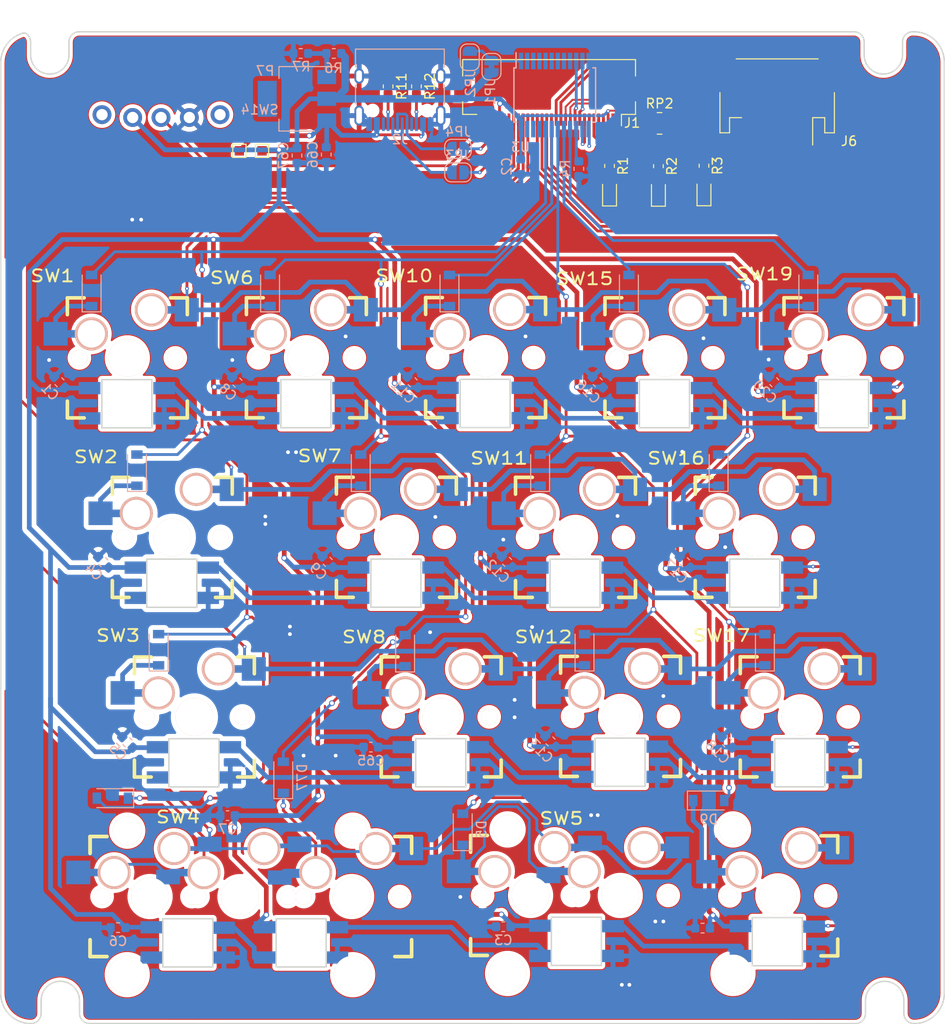
<source format=kicad_pcb>
(kicad_pcb (version 20211014) (generator pcbnew)
  (layers (0 "F.Cu" signal) (31 "B.Cu" signal) (34 "B.Paste" user) (35 "F.Paste" user) (36 "B.SilkS" user "B.Silkscreen") (37 "F.SilkS" user "F.Silkscreen") (38 "B.Mask" user) (39 "F.Mask" user) (44 "Edge.Cuts" user))
  (net 0 "")
  (net 1 "GND")
  (net 2 "Net-(D70-Pad2)")
  (net 3 "Net-(D71-Pad2)")
  (net 4 "Net-(D72-Pad2)")
  (net 5 "Net-(SW1-Pad6)")
  (net 6 "+5V")
  (net 7 "Net-(SW2-Pad6)")
  (net 8 "Net-(SW3-Pad6)")
  (net 9 "Net-(SW10-Pad4)")
  (net 10 "Net-(SW11-Pad4)")
  (net 11 "Net-(SW12-Pad4)")
  (net 12 "Net-(SW10-Pad6)")
  (net 13 "Net-(SW11-Pad6)")
  (net 14 "Net-(SW12-Pad6)")
  (net 15 "Net-(SW15-Pad6)")
  (net 16 "Net-(P7-Pad1)")
  (net 17 "+3V3")
  (net 18 "SCL")
  (net 19 "SDA")
  (net 20 "/COL0")
  (net 21 "/COL1")
  (net 22 "/COL2")
  (net 23 "/COL3")
  (net 24 "/COL4")
  (net 31 "/LED2")
  (net 32 "/LED1")
  (net 33 "/LED0")
  (net 34 "/ROW0")
  (net 35 "/RGB3")
  (net 36 "/RGB2")
  (net 37 "/RGB1")
  (net 38 "/RGB0")
  (net 39 "/ROW2")
  (net 40 "/ROW1")
  (net 41 "/ROW3")
  (net 42 "Net-(D1-Pad1)")
  (net 43 "Net-(D2-Pad1)")
  (net 44 "Net-(D3-Pad1)")
  (net 45 "Net-(D4-Pad1)")
  (net 46 "Net-(D5-Pad1)")
  (net 47 "Net-(D6-Pad1)")
  (net 48 "Net-(D7-Pad1)")
  (net 49 "Net-(D8-Pad1)")
  (net 50 "Net-(D9-Pad1)")
  (net 51 "Net-(D10-Pad1)")
  (net 52 "Net-(D11-Pad1)")
  (net 53 "Net-(D12-Pad1)")
  (net 54 "Net-(D15-Pad1)")
  (net 55 "Net-(D16-Pad1)")
  (net 56 "Net-(D17-Pad1)")
  (net 57 "Net-(D19-Pad1)")
  (net 58 "/MicroSheet/USB_D-")
  (net 59 "/MicroSheet/USB+D+")
  (net 60 "/MicroSheet/MUX3")
  (net 61 "/MicroSheet/MUX2")
  (net 62 "/MicroSheet/MUX1")
  (net 63 "/MicroSheet/MUX0")
  (net 64 "Net-(J2-PadB5)")
  (net 65 "Net-(J2-PadA5)")
  (net 69 "Net-(JP1-Pad2)")
  (net 70 "Net-(R4-Pad1)")
  (net 71 "/PowerSheet/USB_D-")
  (net 72 "/PowerSheet/USB_D+")
  (net 73 "Net-(D77-Pad1)")
  (net 74 "Net-(SW4-Pad10)")
  (net 76 "/MicroSheet/MOUSE_Y")
  (net 77 "/MicroSheet/MOUSE_X")
  (net 78 "/RGB0_OUT")
  (net 79 "/RGB1_OUT")
  (net 80 "/RGB2_OUT")
  (net 81 "/RGB3_OUT")
  (net 82 "/MicroSheet/BOOT_SWITCH")
  (net 84 "Net-(SW5-Pad10)")
  (net 85 "unconnected-(SW5-Pad3)")
  (net 87 "Net-(SW4-Pad12)")
  (footprint "LED_SMD:LED_0603_1608Metric" (layer "F.Cu") (at 123.85 69.5657 90)
    (fp_text reference "D70" hide)
    (fp_text value "LED")
  )
  (footprint "LED_SMD:LED_0603_1608Metric" (layer "F.Cu") (at 129.025 69.5893 90)
    (fp_text reference "D71" hide)
    (fp_text value "LED")
  )
  (footprint "LED_SMD:LED_0603_1608Metric" (layer "F.Cu") (at 133.85 69.54 90)
    (fp_text reference "D72" hide)
    (fp_text value "LED")
  )
  (footprint "Resistor_SMD:R_0603_1608Metric" (layer "F.Cu") (at 123.85 66.815 -90)
    (fp_text reference "R1")
    (fp_text value "R")
  )
  (footprint "Resistor_SMD:R_0603_1608Metric" (layer "F.Cu") (at 129.025 66.84 -90)
    (fp_text reference "R2")
    (fp_text value "R")
  )
  (footprint "Resistor_SMD:R_0603_1608Metric" (layer "F.Cu") (at 133.85 66.79 -90)
    (fp_text reference "R3")
    (fp_text value "R")
  )
  (footprint "keyboard:RGB_CHERRY_PCB_100H_HOTSWAP" (layer "F.Cu") (at 72.78501 87.12265)
    (fp_text reference "SW1")
    (fp_text value "Esc" hide)
    (fp_line (start 2.6 7.4) (end -2.7 7.4) (layer "Edge.Cuts") (width 0.15))
    (fp_line (start -2.7 2.3) (end -2.7 7.4) (layer "Edge.Cuts") (width 0.15))
    (fp_line (start 2.6 2.3) (end 2.6 7.4) (layer "Edge.Cuts") (width 0.15))
    (fp_line (start -2.7 2.3) (end 2.6 2.3) (layer "Edge.Cuts") (width 0.15))
  )
  (footprint "keyboard:RGB_CHERRY_PCB_150H_HOTSWAP" (layer "F.Cu") (at 77.54501 106.11265)
    (fp_text reference "SW2")
    (fp_text value "Tab" hide)
    (fp_line (start 2.6 7.4) (end -2.7 7.4) (layer "Edge.Cuts") (width 0.15))
    (fp_line (start -2.7 2.3) (end 2.6 2.3) (layer "Edge.Cuts") (width 0.15))
    (fp_line (start 2.6 2.3) (end 2.6 7.4) (layer "Edge.Cuts") (width 0.15))
    (fp_line (start -2.7 2.3) (end -2.7 7.4) (layer "Edge.Cuts") (width 0.15))
  )
  (footprint "keyboard:RGB_CHERRY_PCB_175H_HOTSWAP" (layer "F.Cu") (at 79.88501 125.11265)
    (fp_text reference "SW3")
    (fp_text value "Caps" hide)
    (fp_line (start 2.6 7.4) (end -2.7 7.4) (layer "Edge.Cuts") (width 0.15))
    (fp_line (start -2.7 2.3) (end -2.7 7.4) (layer "Edge.Cuts") (width 0.15))
    (fp_line (start -2.7 2.3) (end 2.6 2.3) (layer "Edge.Cuts") (width 0.15))
    (fp_line (start 2.6 2.3) (end 2.6 7.4) (layer "Edge.Cuts") (width 0.15))
  )
  (footprint "keyboard:RGB_CHERRY_PCB_100H_HOTSWAP" (layer "F.Cu") (at 91.74501 87.11265)
    (fp_text reference "SW6")
    (fp_text value "1" hide)
    (fp_line (start -2.7 2.3) (end 2.6 2.3) (layer "Edge.Cuts") (width 0.15))
    (fp_line (start 2.6 2.3) (end 2.6 7.4) (layer "Edge.Cuts") (width 0.15))
    (fp_line (start 2.6 7.4) (end -2.7 7.4) (layer "Edge.Cuts") (width 0.15))
    (fp_line (start -2.7 2.3) (end -2.7 7.4) (layer "Edge.Cuts") (width 0.15))
  )
  (footprint "keyboard:RGB_CHERRY_PCB_100H_HOTSWAP" (layer "F.Cu") (at 101.27501 106.10265)
    (fp_text reference "SW7")
    (fp_text value "Q" hide)
    (fp_line (start -2.7 2.3) (end 2.6 2.3) (layer "Edge.Cuts") (width 0.15))
    (fp_line (start 2.6 2.3) (end 2.6 7.4) (layer "Edge.Cuts") (width 0.15))
    (fp_line (start -2.7 2.3) (end -2.7 7.4) (layer "Edge.Cuts") (width 0.15))
    (fp_line (start 2.6 7.4) (end -2.7 7.4) (layer "Edge.Cuts") (width 0.15))
  )
  (footprint "keyboard:RGB_CHERRY_PCB_100H_HOTSWAP" (layer "F.Cu") (at 106.02501 125.10265)
    (fp_text reference "SW8")
    (fp_text value "A" hide)
    (fp_line (start -2.7 2.3) (end -2.7 7.4) (layer "Edge.Cuts") (width 0.15))
    (fp_line (start 2.6 2.3) (end 2.6 7.4) (layer "Edge.Cuts") (width 0.15))
    (fp_line (start -2.7 2.3) (end 2.6 2.3) (layer "Edge.Cuts") (width 0.15))
    (fp_line (start 2.6 7.4) (end -2.7 7.4) (layer "Edge.Cuts") (width 0.15))
  )
  (footprint "keyboard:RGB_CHERRY_PCB_100H_HOTSWAP" (layer "F.Cu") (at 110.72501 87.09265)
    (fp_text reference "SW10")
    (fp_text value "2" hide)
    (fp_line (start 2.6 2.3) (end 2.6 7.4) (layer "Edge.Cuts") (width 0.15))
    (fp_line (start -2.7 2.3) (end -2.7 7.4) (layer "Edge.Cuts") (width 0.15))
    (fp_line (start -2.7 2.3) (end 2.6 2.3) (layer "Edge.Cuts") (width 0.15))
    (fp_line (start 2.6 7.4) (end -2.7 7.4) (layer "Edge.Cuts") (width 0.15))
  )
  (footprint "keyboard:RGB_CHERRY_PCB_100H_HOTSWAP" (layer "F.Cu") (at 120.24501 106.11265)
    (fp_text reference "SW11")
    (fp_text value "W" hide)
    (fp_line (start 2.6 7.4) (end -2.7 7.4) (layer "Edge.Cuts") (width 0.15))
    (fp_line (start 2.6 2.3) (end 2.6 7.4) (layer "Edge.Cuts") (width 0.15))
    (fp_line (start -2.7 2.3) (end -2.7 7.4) (layer "Edge.Cuts") (width 0.15))
    (fp_line (start -2.7 2.3) (end 2.6 2.3) (layer "Edge.Cuts") (width 0.15))
  )
  (footprint "keyboard:RGB_CHERRY_PCB_100H_HOTSWAP" (layer "F.Cu") (at 125.01501 125.05)
    (fp_text reference "SW12")
    (fp_text value "S" hide)
    (fp_line (start -2.7 2.3) (end 2.6 2.3) (layer "Edge.Cuts") (width 0.15))
    (fp_line (start -2.7 2.3) (end -2.7 7.4) (layer "Edge.Cuts") (width 0.15))
    (fp_line (start 2.6 2.3) (end 2.6 7.4) (layer "Edge.Cuts") (width 0.15))
    (fp_line (start 2.6 7.4) (end -2.7 7.4) (layer "Edge.Cuts") (width 0.15))
  )
  (footprint "keyboard:RGB_CHERRY_PCB_100H_HOTSWAP" (layer "F.Cu") (at 129.71501 87.11265)
    (fp_text reference "SW15")
    (fp_text value "3" hide)
    (fp_line (start -2.7 2.3) (end 2.6 2.3) (layer "Edge.Cuts") (width 0.15))
    (fp_line (start -2.7 2.3) (end -2.7 7.4) (layer "Edge.Cuts") (width 0.15))
    (fp_line (start 2.6 7.4) (end -2.7 7.4) (layer "Edge.Cuts") (width 0.15))
    (fp_line (start 2.6 2.3) (end 2.6 7.4) (layer "Edge.Cuts") (width 0.15))
  )
  (footprint "keyboard:RGB_CHERRY_PCB_100H_HOTSWAP" (layer "F.Cu") (at 139.27501 106.10265)
    (fp_text reference "SW16")
    (fp_text value "E" hide)
    (fp_line (start 2.6 2.3) (end 2.6 7.4) (layer "Edge.Cuts") (width 0.15))
    (fp_line (start -2.7 2.3) (end -2.7 7.4) (layer "Edge.Cuts") (width 0.15))
    (fp_line (start 2.6 7.4) (end -2.7 7.4) (layer "Edge.Cuts") (width 0.15))
    (fp_line (start -2.7 2.3) (end 2.6 2.3) (layer "Edge.Cuts") (width 0.15))
  )
  (footprint "keyboard:RGB_CHERRY_PCB_100H_HOTSWAP" (layer "F.Cu") (at 144.04501 125.10265)
    (fp_text reference "SW17")
    (fp_text value "D" hide)
    (fp_line (start 2.6 7.4) (end -2.7 7.4) (layer "Edge.Cuts") (width 0.15))
    (fp_line (start -2.7 2.3) (end -2.7 7.4) (layer "Edge.Cuts") (width 0.15))
    (fp_line (start 2.6 2.3) (end 2.6 7.4) (layer "Edge.Cuts") (width 0.15))
    (fp_line (start -2.7 2.3) (end 2.6 2.3) (layer "Edge.Cuts") (width 0.15))
  )
  (footprint "keyboard:RGB_CHERRY_PCB_100H_HOTSWAP" (layer "F.Cu") (at 148.67501 87.11265)
    (fp_text reference "SW19")
    (fp_text value "4" hide)
    (fp_line (start 2.6 7.4) (end -2.7 7.4) (layer "Edge.Cuts") (width 0.15))
    (fp_line (start -2.7 2.3) (end 2.6 2.3) (layer "Edge.Cuts") (width 0.15))
    (fp_line (start -2.7 2.3) (end -2.7 7.4) (layer "Edge.Cuts") (width 0.15))
    (fp_line (start 2.6 2.3) (end 2.6 7.4) (layer "Edge.Cuts") (width 0.15))
  )
  (footprint "Resistor_SMD:R_0603_1608Metric" (layer "F.Cu") (at 100.4 58.4 -90)
    (fp_text reference "R11")
    (fp_text value "5K1")
  )
  (footprint "Resistor_SMD:R_0603_1608Metric" (layer "F.Cu") (at 103.4 58.4 -90)
    (fp_text reference "R12")
    (fp_text value "5K1")
  )
  (footprint "Resistor_SMD:R_Array_Concave_4x0402" (layer "F.Cu") (at 129.15 62.315)
    (fp_text reference "RP2")
    (fp_text value "R_PACK4" hide)
  )
  (footprint "TestPoint:TestPoint_Pad_1.0x1.0mm" (layer "F.Cu") (at 84.65 65.215)
    (fp_text reference "T1" hide)
    (fp_text value "Vin" hide)
  )
  (footprint "TestPoint:TestPoint_Pad_1.0x1.0mm" (layer "F.Cu") (at 87.05 65.215)
    (fp_text reference "T3" hide)
    (fp_text value "Vout" hide)
  )
  (footprint "keyboard:RGB_CHERRY_SHIFT_ROW_LEFT_HOTSWAP" (layer "F.Cu") (at 86.622 144.11065)
    (fp_text reference "SW4")
    (fp_text value "double_key" hide)
    (fp_line (start 7.22 2.35) (end 7.22 7.45) (layer "Edge.Cuts") (width 0.15))
    (fp_line (start -10.08 2.35) (end -10.08 7.45) (layer "Edge.Cuts") (width 0.15))
    (fp_line (start -4.78 2.35) (end -4.78 7.45) (layer "Edge.Cuts") (width 0.15))
    (fp_line (start 1.92 2.35) (end 7.22 2.35) (layer "Edge.Cuts") (width 0.15))
    (fp_line (start -10.08 2.35) (end -4.78 2.35) (layer "Edge.Cuts") (width 0.15))
    (fp_line (start 7.22 7.45) (end 1.92 7.45) (layer "Edge.Cuts") (width 0.15))
    (fp_line (start -4.78 7.45) (end -10.08 7.45) (layer "Edge.Cuts") (width 0.15))
    (fp_line (start 1.92 2.35) (end 1.92 7.45) (layer "Edge.Cuts") (width 0.15))
  )
  (footprint "Connector_FFC-FPC:Hirose_FH12-30S-0.5SH_1x30-1MP_P0.50mm_Horizontal" (layer "F.Cu") (at 117.45 60.065 180)
    (fp_text reference "J1")
    (fp_text value "Conn_01x30")
  )
  (footprint "Connector_JST:JST_PH_S4B-PH-SM4-TB_1x04-1MP_P2.00mm_Horizontal" (layer "F.Cu") (at 141.6 60 180)
    (fp_text reference "J6")
    (fp_text value "Conn_01x04")
  )
  (footprint "keyboard:RGB_CHERRY_SHIFT_RIGHT_2.0_HOTSWAP" (layer "F.Cu") (at 126.918 143.995)
    (fp_text reference "SW5")
    (fp_text value "double_key" hide)
    (fp_line (start 17.35 7.44) (end 12.05 7.44) (layer "Edge.Cuts") (width 0.15))
    (fp_line (start 12.05 2.34) (end 12.05 7.44) (layer "Edge.Cuts") (width 0.15))
    (fp_line (start -9.23 2.3) (end -9.23 7.4) (layer "Edge.Cuts") (width 0.15))
    (fp_line (start 17.35 2.34) (end 17.35 7.44) (layer "Edge.Cuts") (width 0.15))
    (fp_line (start 12.05 2.34) (end 17.35 2.34) (layer "Edge.Cuts") (width 0.15))
    (fp_line (start -9.23 2.3) (end -3.93 2.3) (layer "Edge.Cuts") (width 0.15))
    (fp_line (start -3.93 2.3) (end -3.93 7.4) (layer "Edge.Cuts") (width 0.15))
    (fp_line (start -3.93 7.4) (end -9.23 7.4) (layer "Edge.Cuts") (width 0.15))
  )
  (footprint "Capacitor_SMD:C_0603_1608Metric" (layer "B.Cu") (at 65.6 89.7 -45)
    (fp_text reference "C1")
    (fp_text value "C_Small")
  )
  (footprint "Capacitor_SMD:C_0603_1608Metric" (layer "B.Cu") (at 70.243153 108.743153 -45)
    (fp_text reference "C4")
    (fp_text value "C_Small")
  )
  (footprint "Capacitor_SMD:C_0603_1608Metric" (layer "B.Cu") (at 72.8 127.8 -45)
    (fp_text reference "C5")
    (fp_text value "C_Small")
  )
  (footprint "Capacitor_SMD:C_0603_1608Metric" (layer "B.Cu") (at 71.8 147.4)
    (fp_text reference "C6")
    (fp_text value "C_Small")
  )
  (footprint "Capacitor_SMD:C_0603_1608Metric" (layer "B.Cu") (at 84.443153 89.743153 -45)
    (fp_text reference "C8")
    (fp_text value "C_Small")
  )
  (footprint "Capacitor_SMD:C_0603_1608Metric" (layer "B.Cu") (at 94 108.7 -45)
    (fp_text reference "C9")
    (fp_text value "C_Small")
  )
  (footprint "Capacitor_SMD:C_0603_1608Metric" (layer "B.Cu") (at 103 89.7 -45)
    (fp_text reference "C11")
    (fp_text value "C_Small")
  )
  (footprint "Capacitor_SMD:C_0603_1608Metric" (layer "B.Cu") (at 113 108.7 -45)
    (fp_text reference "C12")
    (fp_text value "C_Small")
  )
  (footprint "Capacitor_SMD:C_0603_1608Metric" (layer "B.Cu") (at 117.6 127.7 -45)
    (fp_text reference "C13")
    (fp_text value "C_Small")
  )
  (footprint "Capacitor_SMD:C_0603_1608Metric" (layer "B.Cu") (at 122.6 89.7 -45)
    (fp_text reference "C16")
    (fp_text value "C_Small")
  )
  (footprint "Capacitor_SMD:C_0603_1608Metric" (layer "B.Cu") (at 131.843153 108.743153 -45)
    (fp_text reference "C17")
    (fp_text value "C_Small")
  )
  (footprint "Capacitor_SMD:C_0603_1608Metric" (layer "B.Cu") (at 136.3 127.8 -45)
    (fp_text reference "C18")
    (fp_text value "C_Small")
  )
  (footprint "Capacitor_SMD:C_0603_1608Metric" (layer "B.Cu") (at 141.3 89.7 -45)
    (fp_text reference "C20")
    (fp_text value "C_Small")
  )
  (footprint "Diode_SMD:D_SOD-123" (layer "B.Cu") (at 69 80 90)
    (fp_text reference "D1" hide)
    (fp_text value "D_Small")
  )
  (footprint "Diode_SMD:D_SOD-123" (layer "B.Cu") (at 73.8 99 90)
    (fp_text reference "D2" hide)
    (fp_text value "D_Small")
  )
  (footprint "Diode_SMD:D_SOD-123" (layer "B.Cu") (at 76.1 118 90)
    (fp_text reference "D3" hide)
    (fp_text value "D_Small")
  )
  (footprint "Diode_SMD:D_SOD-123" (layer "B.Cu") (at 71.2 133.7 180)
    (fp_text reference "D4" hide)
    (fp_text value "D_Small")
  )
  (footprint "Diode_SMD:D_SOD-123" (layer "B.Cu") (at 87.9 80 90)
    (fp_text reference "D6" hide)
    (fp_text value "D_Small")
  )
  (footprint "Diode_SMD:D_SOD-123" (layer "B.Cu") (at 97.5 99 90)
    (fp_text reference "D7" hide)
    (fp_text value "D_Small")
  )
  (footprint "Diode_SMD:D_SOD-123" (layer "B.Cu") (at 102.2 118.1 90)
    (fp_text reference "D8" hide)
    (fp_text value "D_Small")
  )
  (footprint "Diode_SMD:D_SOD-123" (layer "B.Cu") (at 106.9 80 90)
    (fp_text reference "D10" hide)
    (fp_text value "D_Small")
  )
  (footprint "Diode_SMD:D_SOD-123" (layer "B.Cu") (at 116.5 99 90)
    (fp_text reference "D11" hide)
    (fp_text value "D_Small")
  )
  (footprint "Diode_SMD:D_SOD-123" (layer "B.Cu") (at 121.2 118 90)
    (fp_text reference "D12" hide)
    (fp_text value "D_Small")
  )
  (footprint "Diode_SMD:D_SOD-123" (layer "B.Cu") (at 125.9 80 90)
    (fp_text reference "D15" hide)
    (fp_text value "D_Small")
  )
  (footprint "Diode_SMD:D_SOD-123" (layer "B.Cu") (at 135.4 99 90)
    (fp_text reference "D16" hide)
    (fp_text value "D_Small")
  )
  (footprint "Diode_SMD:D_SOD-123" (layer "B.Cu") (at 140.3 118 90)
    (fp_text reference "D17" hide)
    (fp_text value "D_Small")
  )
  (footprint "Diode_SMD:D_SOD-123" (layer "B.Cu") (at 144.9 80 90)
    (fp_text reference "D19" hide)
    (fp_text value "D_Small")
  )
  (footprint "Connector_USB:USB_C_Receptacle_HRO_TYPE-C-31-M-12" (layer "B.Cu") (at 101.65 58.355)
    (fp_text reference "J2")
    (fp_text value "USB_C_Receptacle_USB2.0" hide)
  )
  (footprint "Capacitor_SMD:C_0603_1608Metric" (layer "B.Cu") (at 93.85 65.615 -90)
    (fp_text reference "C66")
    (fp_text value "C")
  )
  (footprint "Capacitor_SMD:C_0603_1608Metric" (layer "B.Cu") (at 90.75 65.715 -90)
    (fp_text reference "C67")
    (fp_text value "CP1")
  )
  (footprint "Resistor_SMD:R_0603_1608Metric" (layer "B.Cu") (at 94.65 54.915 180)
    (fp_text reference "R6")
    (fp_text value "R")
  )
  (footprint "Jumper:SolderJumper-2_P1.3mm_Bridged_RoundedPad1.0x1.5mm" (layer "B.Cu") (at 111.35 56.315 90)
    (fp_text reference "JP1")
    (fp_text value "SolderJumper_2_Bridged" hide)
  )
  (footprint "Jumper:SolderJumper-2_P1.3mm_Open_RoundedPad1.0x1.5mm" (layer "B.Cu") (at 109.05 55.315 90)
    (fp_text reference "JP2")
    (fp_text value "SolderJumper_2_Open" hide)
  )
  (footprint "Package_TO_SOT_SMD:SOT-223" (layer "B.Cu") (at 90.75 59.715 180)
    (fp_text reference "P7")
    (fp_text value "AMS1117" hide)
  )
  (footprint "Resistor_SMD:R_0603_1608Metric" (layer "B.Cu") (at 91.15 54.915 180)
    (fp_text reference "R7")
    (fp_text value "R")
  )
  (footprint "Package_SO:SSOP-24_5.3x8.2mm_P0.65mm" (layer "B.Cu") (at 118.05 59.315 -90)
    (fp_text reference "U3")
    (fp_text value "CD74HC4067SM" hide)
  )
  (footprint "Capacitor_SMD:C_0603_1608Metric" (layer "B.Cu") (at 114.45 66.9025 90)
    (fp_text reference "C2")
    (fp_text value "C_Small" hide)
  )
  (footprint "Jumper:SolderJumper-2_P1.3mm_Open_RoundedPad1.0x1.5mm" (layer "B.Cu") (at 107.8 65 180)
    (fp_text reference "JP4")
    (fp_text value "SolderJumper_2_Open" hide)
  )
  (footprint "Jumper:SolderJumper-2_P1.3mm_Open_RoundedPad1.0x1.5mm" (layer "B.Cu") (at 107.8 67.5 180)
    (fp_text reference "JP3")
    (fp_text value "SolderJumper_2_Open" hide)
  )
  (footprint "Diode_SMD:D_SOD-123" (layer "B.Cu") (at 89.3 131.5 90)
    (fp_text reference "D77")
    (fp_text value "D_Small")
  )
  (footprint "Capacitor_SMD:C_0603_1608Metric" (layer "B.Cu") (at 133.7 147.45)
    (fp_text reference "C79" hide)
    (fp_text value "C_Small" hide)
  )
  (footprint "Resistor_SMD:R_0603_1608Metric" (layer "B.Cu") (at 120.6 67.115 -90)
    (fp_text reference "R4")
    (fp_text value "10K")
  )
  (footprint "keyboard:SS12F23" (layer "B.Cu") (at 73.35 61.69)
    (fp_text reference "SW14")
    (fp_text value "SW_SPDT")
  )
  (footprint "Capacitor_SMD:C_0603_1608Metric" (layer "B.Cu") (at 112.6 147.3)
    (fp_text reference "C3")
    (fp_text value "C_Small")
  )
  (footprint "Capacitor_SMD:C_0603_1608Metric" (layer "B.Cu") (at 83.4 135.55)
    (fp_text reference "C7")
    (fp_text value "C_Small")
  )
  (footprint "Diode_SMD:D_SOD-123" (layer "B.Cu") (at 134.35 133.95)
    (fp_text reference "D9")
    (fp_text value "D_Small")
  )
  (footprint "Capacitor_SMD:C_0603_1608Metric" (layer "B.Cu") (at 98.575 128.3)
    (fp_text reference "C65")
    (fp_text value "C_Small")
  )
  (footprint "Diode_SMD:D_SOD-123" (layer "B.Cu") (at 108.3 137 90)
    (fp_text reference "D5")
    (fp_text value "D_Small")
  )
  (gr_arc (start 62.575 157.55) (mid 60.311983 156.612627) (end 59.37461 154.34961) (layer "Edge.Cuts") (width 0.15))
  (gr_arc (start 156.09961 52.62461) (mid 158.362627 53.561983) (end 159.3 55.825) (layer "Edge.Cuts") (width 0.15))
  (gr_arc (start 159.3 154.34961) (mid 158.362627 156.612627) (end 156.09961 157.55) (layer "Edge.Cuts") (width 0.15))
  (gr_arc (start 63.654535 155.107526) (mid 65.686574 153.075487) (end 67.718613 155.107526) (layer "Edge.Cuts") (width 0.15))
  (gr_arc (start 68.798074 157.546) (mid 68.0347 157.2298) (end 67.7185 156.466426) (layer "Edge.Cuts") (width 0.15))
  (gr_line (start 63.654535 155.107526) (end 63.654574 156.470426) (layer "Edge.Cuts") (width 0.15))
  (gr_line (start 67.718613 155.107526) (end 67.7185 156.466426) (layer "Edge.Cuts") (width 0.15))
  (gr_arc (start 63.654574 156.470426) (mid 63.338374 157.2338) (end 62.575 157.55) (layer "Edge.Cuts") (width 0.15))
  (gr_arc (start 149.735126 52.621726) (mid 150.4985 52.937926) (end 150.8147 53.7013) (layer "Edge.Cuts") (width 0.15))
  (gr_arc (start 154.878626 53.6973) (mid 155.194826 52.933926) (end 155.9582 52.617726) (layer "Edge.Cuts") (width 0.15))
  (gr_line (start 154.878665 55.0602) (end 154.878626 53.6973) (layer "Edge.Cuts") (width 0.15))
  (gr_arc (start 154.878665 55.0602) (mid 152.846626 57.092239) (end 150.814587 55.0602) (layer "Edge.Cuts") (width 0.15))
  (gr_line (start 150.814587 55.0602) (end 150.8147 53.7013) (layer "Edge.Cuts") (width 0.15))
  (gr_line (start 62.540161 55.0638) (end 62.540274 53.7049) (layer "Edge.Cuts") (width 0.15))
  (gr_line (start 66.604239 55.0638) (end 66.6042 53.7009) (layer "Edge.Cuts") (width 0.15))
  (gr_arc (start 66.6042 53.7009) (mid 66.9204 52.937526) (end 67.683774 52.621326) (layer "Edge.Cuts") (width 0.15))
  (gr_arc (start 61.988302 52.763031) (mid 62.392115 53.159054) (end 62.540274 53.7049) (layer "Edge.Cuts") (width 0.15))
  (gr_arc (start 66.604239 55.0638) (mid 64.5722 57.095839) (end 62.540161 55.0638) (layer "Edge.Cuts") (width 0.15))
  (gr_line (start 156.099036 52.62101) (end 155.9582 52.617726) (layer "Edge.Cuts") (width 0.15))
  (gr_line (start 61.988302 52.763031) (end 61.719547 52.765241) (layer "Edge.Cuts") (width 0.15))
  (gr_line (start 149.735126 52.621726) (end 67.683774 52.621326) (layer "Edge.Cuts") (width 0.15))
  (gr_arc (start 156.09961 157.55) (mid 155.336236 157.2338) (end 155.020036 156.470426) (layer "Edge.Cuts") (width 0.15))
  (gr_line (start 68.798074 157.546) (end 149.876536 157.554) (layer "Edge.Cuts") (width 0.15))
  (gr_line (start 150.956071 155.111526) (end 150.95611 156.474426) (layer "Edge.Cuts") (width 0.15))
  (gr_line (start 59.375326 103.3393) (end 59.37461 55.825) (layer "Edge.Cuts") (width 0.15))
  (gr_line (start 59.375326 103.3393) (end 59.37461 154.34961) (layer "Edge.Cuts") (width 0.15))
  (gr_arc (start 59.37461 55.825) (mid 60.050328 53.914421) (end 61.719547 52.765241) (layer "Edge.Cuts") (width 0.15))
  (gr_arc (start 150.956071 155.111526) (mid 152.98811 153.079487) (end 155.020149 155.111526) (layer "Edge.Cuts") (width 0.15))
  (gr_line (start 155.020149 155.111526) (end 155.020036 156.470426) (layer "Edge.Cuts") (width 0.15))
  (gr_arc (start 150.95611 156.474426) (mid 150.63991 157.2378) (end 149.876536 157.554) (layer "Edge.Cuts") (width 0.15))
  (gr_line (start 159.3 154.34961) (end 159.3 55.825) (layer "Edge.Cuts") (width 0.15))
  (segment (start 124.2 61.915) (end 124.2 63.2) (width 0.3) (layer "F.Cu") (net 1))
  (segment (start 112.7 61.915) (end 112.7 63.4) (width 0.3) (layer "F.Cu") (net 1))
  (via (at 90 116.35) (size 0.6) (drill 0.4) (layers "F.Cu" "B.Cu") (net 1))
  (via (at 128.7 146.75) (size 0.6) (drill 0.4) (layers "F.Cu" "B.Cu") (net 1))
  (via (at 74.25 72.5) (size 0.6) (drill 0.4) (layers "F.Cu" "B.Cu") (net 1))
  (via (at 64.5 87.35) (size 0.6) (drill 0.4) (layers "F.Cu" "B.Cu") (net 1))
  (via (at 115.65 115.6) (size 0.6) (drill 0.4) (layers "F.Cu" "B.Cu") (net 1))
  (via (at 121.9 135.5) (size 0.6) (drill 0.4) (layers "F.Cu" "B.Cu") (net 1))
  (via (at 131.55 97.05) (size 0.6) (drill 0.4) (layers "F.Cu" "B.Cu") (net 1))
  (via (at 113.8 125.15) (size 0.6) (drill 0.4) (layers "F.Cu" "B.Cu") (net 1))
  (via (at 140.7 87.3) (size 0.6) (drill 0.4) (layers "F.Cu" "B.Cu") (net 1))
  (via (at 113.8 123.3) (size 0.6) (drill 0.4) (layers "F.Cu" "B.Cu") (net 1))
  (via (at 90 115.55) (size 0.6) (drill 0.4) (layers "F.Cu" "B.Cu") (net 1))
  (via (at 87.4 103.9) (size 0.6) (drill 0.4) (layers "F.Cu" "B.Cu") (net 1))
  (via (at 94.85 129.2) (size 0.6) (drill 0.4) (layers "F.Cu" "B.Cu") (net 1))
  (via (at 104.85 116.15) (size 0.6) (drill 0.4) (layers "F.Cu" "B.Cu") (net 1))
  (via (at 122.6 135.5) (size 0.6) (drill 0.4) (layers "F.Cu" "B.Cu") (net 1))
  (via (at 89.8 97.1) (size 0.6) (drill 0.4) (layers "F.Cu" "B.Cu") (net 1))
  (via (at 125.15 153.45) (size 0.6) (drill 0.4) (layers "F.Cu" "B.Cu") (net 1))
  (via (at 129.55 122.9) (size 0.6) (drill 0.4) (layers "F.Cu" "B.Cu") (net 1))
  (via (at 112.6 106.35) (size 0.6) (drill 0.4) (layers "F.Cu" "B.Cu") (net 1))
  (via (at 105.4 103.95) (size 0.6) (drill 0.4) (layers "F.Cu" "B.Cu") (net 1))
  (via (at 73.3 72.5) (size 0.6) (drill 0.4) (layers "F.Cu" "B.Cu") (net 1))
  (via (at 125.95 153.45) (size 0.6) (drill 0.4) (layers "F.Cu" "B.Cu") (net 1))
  (via (at 91.45 129.2) (size 0.6) (drill 0.4) (layers "F.Cu" "B.Cu") (net 1))
  (via (at 114.95 84.85) (size 0.6) (drill 0.4) (layers "F.Cu" "B.Cu") (net 1))
  (via (at 124.7 103.85) (size 0.6) (drill 0.4) (layers "F.Cu" "B.Cu") (net 1))
  (via (at 133.8 85.05) (size 0.6) (drill 0.4) (layers "F.Cu" "B.Cu") (net 1))
  (via (at 108.05 144.15) (size 0.6) (drill 0.4) (layers "F.Cu" "B.Cu") (net 1))
  (via (at 129.55 146.75) (size 0.6) (drill 0.4) (layers "F.Cu" "B.Cu") (net 1))
  (via (at 90.65 97.1) (size 0.6) (drill 0.4) (layers "F.Cu" "B.Cu") (net 1))
  (via (at 136.1 107.15) (size 0.6) (drill 0.4) (layers "F.Cu" "B.Cu") (net 1))
  (via (at 83.9 87.35) (size 0.6) (drill 0.4) (layers "F.Cu" "B.Cu") (net 1))
  (via (at 95.9 84.85) (size 0.6) (drill 0.4) (layers "F.Cu" "B.Cu") (net 1))
  (via (at 87.4 104.7) (size 0.6) (drill 0.4) (layers "F.Cu" "B.Cu") (net 1))
  (segment (start 98.245 62.4) (end 97.33 61.485) (width 0.5) (layer "B.Cu") (net 1))
  (segment (start 98.4 62.4) (end 98.245 62.4) (width 0.5) (layer "B.Cu") (net 1))
  (segment (start 123.85 67.6025) (end 123.85 68.7782) (width 0.3) (layer "F.Cu") (net 2))
  (segment (start 129.025 67.6275) (end 129.025 68.8018) (width 0.3) (layer "F.Cu") (net 3))
  (segment (start 133.85 67.5775) (end 133.85 68.7525) (width 0.3) (layer "F.Cu") (net 4))
  (segment (start 80.97501 93.51265) (end 77.78501 90.32265) (width 0.5) (layer "B.Cu") (net 5))
  (segment (start 86.64501 93.51265) (end 80.97501 93.51265) (width 0.5) (layer "B.Cu") (net 5))
  (segment (start 86.25 63.615) (end 92.05 63.615) (width 0.5) (layer "F.Cu") (net 6))
  (segment (start 103.9 63.7) (end 103.724022 63.524022) (width 0.3) (layer "F.Cu") (net 6))
  (segment (start 84.65 65.215) (end 86.25 63.615) (width 0.5) (layer "F.Cu") (net 6))
  (segment (start 103.724022 63.524022) (end 99.2 63.524022) (width 0.3) (layer "F.Cu") (net 6))
  (via (at 103.9 63.7) (size 0.4) (drill 0.2) (layers "F.Cu" "B.Cu") (net 6))
  (via (at 99.2 63.524022) (size 0.4) (drill 0.2) (layers "F.Cu" "B.Cu") (net 6))
  (via (at 92.05 63.615) (size 0.6) (drill 0.4) (layers "F.Cu" "B.Cu") (net 6))
  (segment (start 95.459511 63.574511) (end 99.149511 63.574511) (width 0.5) (layer "B.Cu") (net 6))
  (segment (start 93.9 64.7775) (end 93.85 64.8275) (width 0.5) (layer "B.Cu") (net 6))
  (segment (start 99.149511 63.574511) (end 99.2 63.524022) (width 0.5) (layer "B.Cu") (net 6))
  (segment (start 93.9 62.015) (end 95.459511 63.574511) (width 0.5) (layer "B.Cu") (net 6))
  (segment (start 92.3 63.615) (end 93.9 62.015) (width 0.5) (layer "B.Cu") (net 6))
  (segment (start 93.9 62.015) (end 93.9 64.7775) (width 0.5) (layer "B.Cu") (net 6))
  (segment (start 104.1 63.5) (end 103.9 63.7) (width 0.3) (layer "B.Cu") (net 6))
  (segment (start 99.2 63.524022) (end 99.2 62.4) (width 0.5) (layer "B.Cu") (net 6))
  (segment (start 104.1 62.4) (end 104.1 63.5) (width 0.3) (layer "B.Cu") (net 6))
  (segment (start 92.05 63.615) (end 92.3 63.615) (width 0.5) (layer "B.Cu") (net 6))
  (segment (start 82.51265 109.31265) (end 80.46953 109.31265) (width 0.5) (layer "B.Cu") (net 7))
  (segment (start 85.70265 112.50265) (end 82.51265 109.31265) (width 0.5) (layer "B.Cu") (net 7))
  (segment (start 96.17501 112.50265) (end 85.70265 112.50265) (width 0.5) (layer "B.Cu") (net 7))
  (segment (start 100.92501 131.50265) (end 87.60265 131.50265) (width 0.5) (layer "B.Cu") (net 8))
  (segment (start 87.60265 131.50265) (end 84.41265 128.31265) (width 0.5) (layer "B.Cu") (net 8))
  (segment (start 84.41265 128.31265) (end 82.80953 128.31265) (width 0.5) (layer "B.Cu") (net 8))
  (segment (start 99.92501 93.49265) (end 96.74501 90.31265) (width 0.5) (layer "B.Cu") (net 9))
  (segment (start 105.62501 93.49265) (end 99.92501 93.49265) (width 0.5) (layer "B.Cu") (net 9))
  (segment (start 115.14501 112.51265) (end 109.48501 112.51265) (width 0.5) (layer "B.Cu") (net 10))
  (segment (start 109.48501 112.51265) (end 106.27501 109.30265) (width 0.5) (layer "B.Cu") (net 10))
  (segment (start 119.91501 131.51265) (end 114.23501 131.51265) (width 0.5) (layer "B.Cu") (net 11))
  (segment (start 114.23501 131.51265) (end 111.02501 128.30265) (width 0.5) (layer "B.Cu") (net 11))
  (segment (start 124.61501 93.51265) (end 118.94501 93.51265) (width 0.5) (layer "B.Cu") (net 12))
  (segment (start 118.94501 93.51265) (end 115.72501 90.29265) (width 0.5) (layer "B.Cu") (net 12))
  (segment (start 128.43501 112.50265) (end 125.24501 109.31265) (width 0.5) (layer "B.Cu") (net 13))
  (segment (start 134.17501 112.50265) (end 128.43501 112.50265) (width 0.5) (layer "B.Cu") (net 13))
  (segment (start 133.20501 131.50265) (end 130.01501 128.31265) (width 0.5) (layer "B.Cu") (net 14))
  (segment (start 138.94501 131.50265) (end 133.20501 131.50265) (width 0.5) (layer "B.Cu") (net 14))
  (segment (start 143.57501 93.51265) (end 137.91501 93.51265) (width 0.5) (layer "B.Cu") (net 15))
  (segment (start 137.91501 93.51265) (end 134.71501 90.31265) (width 0.5) (layer "B.Cu") (net 15))
  (segment (start 93.9 54.9525) (end 93.8625 54.915) (width 0.5) (layer "B.Cu") (net 16))
  (segment (start 93.9 57.415) (end 93.9 54.9525) (width 0.5) (layer "B.Cu") (net 16))
  (segment (start 93.8625 54.915) (end 91.9375 54.915) (width 0.5) (layer "B.Cu") (net 16))
  (segment (start 129.8 108.5) (end 129.8 109.4) (width 0.5) (layer "F.Cu") (net 17))
  (segment (start 133.6 63.9) (end 132.765 63.065) (width 0.3) (layer "F.Cu") (net 17))
  (segment (start 101.1 76.7) (end 101.1 77.1) (width 0.5) (layer "F.Cu") (net 17))
  (segment (start 109.1 146) (end 112.4 146) (width 0.5) (layer "F.Cu") (net 17))
  (segment (start 95.8 133.6) (end 102.25 133.6) (width 0.5) (layer "F.Cu") (net 17))
  (segment (start 81.9 74.6) (end 81.9 90.1) (width 0.5) (layer "F.Cu") (net 17))
  (segment (start 129.65 61.565) (end 129.65 63.065) (width 0.3) (layer "F.Cu") (net 17))
  (segment (start 136.9 76.65) (end 139.4 79.15) (width 0.5) (layer "F.Cu") (net 17))
  (segment (start 110.2 98.9) (end 110.2 108.3) (width 0.5) (layer "F.Cu") (net 17))
  (segment (start 120.4 90.2) (end 129.8 99.6) (width 0.5) (layer "F.Cu") (net 17))
  (segment (start 92.95 111.85) (end 89.4 108.3) (width 0.5) (layer "F.Cu") (net 17))
  (segment (start 105.45 143.75) (end 107.7 146) (width 0.5) (layer "F.Cu") (net 17))
  (segment (start 87.05 65.215) (end 88.75 65.215) (width 0.5) (layer "F.Cu") (net 17))
  (segment (start 101.1 77.1) (end 101.1 89.8) (width 0.5) (layer "F.Cu") (net 17))
  (segment (start 102.25 133.6) (end 105.45 136.8) (width 0.5) (layer "F.Cu") (net 17))
  (segment (start 116.85 76.65) (end 136.9 76.65) (width 0.5) (layer "F.Cu") (net 17))
  (segment (start 92.95 130.75) (end 95.8 133.6) (width 0.5) (layer "F.Cu") (net 17))
  (segment (start 99 74.6) (end 114.8 74.6) (width 0.5) (layer "F.Cu") (net 17))
  (segment (start 82 90.2) (end 82 93.6) (width 0.5) (layer "F.Cu") (net 17))
  (segment (start 134.4 114) (end 134.4 127.4) (width 0.5) (layer "F.Cu") (net 17))
  (segment (start 123.7 61.915) (end 123.7 61.015978) (width 0.2) (layer "F.Cu") (net 17))
  (segment (start 116.025 75.825) (end 116.775 76.575) (width 0.5) (layer "F.Cu") (net 17))
  (segment (start 105.45 136.8) (end 105.45 143.75) (width 0.5) (layer "F.Cu") (net 17))
  (segment (start 110.2 114) (end 115.2 119) (width 0.5) (layer "F.Cu") (net 17))
  (segment (start 89.4 101) (end 89.4 106.6) (width 0.5) (layer "F.Cu") (net 17))
  (segment (start 123.750489 60.965489) (end 125.235477 60.965489) (width 0.2) (layer "F.Cu") (net 17))
  (segment (start 116.775 76.575) (end 120.3 80.1) (width 0.5) (layer "F.Cu") (net 17))
  (segment (start 142.6 64.7) (end 141.9 65.4) (width 0.3) (layer "F.Cu") (net 17))
  (segment (start 92.95 127.35) (end 92.95 130.75) (width 0.5) (layer "F.Cu") (net 17))
  (segment (start 89.4 106.6) (end 89.4 108.3) (width 0.5) (layer "F.Cu") (net 17))
  (segment (start 142.6 62.85) (end 142.6 64.7) (width 0.3) (layer "F.Cu") (net 17))
  (segment (start 139.4 79.15) (end 139.4 79.45) (width 0.5) (layer "F.Cu") (net 17))
  (segment (start 137.4 65.4) (end 135.9 63.9) (width 0.3) (layer "F.Cu") (net 17))
  (segment (start 139.4 79.45) (end 139.4 90.45) (width 0.5) (layer "F.Cu") (net 17))
  (segment (start 116.775 76.575) (end 118 77.8) (width 0.5) (layer "F.Cu") (net 17))
  (segment (start 134.4 128.3) (end 134.4 145.7) (width 0.5) (layer "F.Cu") (net 17))
  (segment (start 92.95 133.4) (end 92.95 130.75) (width 0.5) (layer "F.Cu") (net 17))
  (segment (start 127.969988 63.7) (end 129.015 63.7) (width 0.2) (layer "F.Cu") (net 17))
  (segment (start 114.8 74.6) (end 116.025 75.825) (width 0.5) (layer "F.Cu") (net 17))
  (segment (start 84.15 139.75) (end 84.15 136.8) (width 0.5) (layer "F.Cu") (net 17))
  (segment (start 82 93.6) (end 89.4 101) (width 0.5) (layer "F.Cu") (net 17))
  (segment (start 112.25 60.215) (end 112.2 60.265) (width 0.3) (layer "F.Cu") (net 17))
  (segment (start 87.5 146.05) (end 87.5 143.1) (width 0.5) (layer "F.Cu") (net 17))
  (segment (start 85.25 140.85) (end 84.15 139.75) (width 0.5) (layer "F.Cu") (net 17))
  (segment (start 110.2 108.3) (end 110.2 114) (width 0.5) (layer "F.Cu") (net 17))
  (segment (start 112.2 60.265) (end 112.2 61.915) (width 0.3) (layer "F.Cu") (net 17))
  (segment (start 134.4 127.4) (end 134.4 128.3) (width 0.5) (layer "F.Cu") (net 17))
  (segment (start 141.9 65.4) (end 137.4 65.4) (width 0.3) (layer "F.Cu") (net 17))
  (segment (start 125.235477 60.965489) (end 127.969988 63.7) (width 0.2) (layer "F.Cu") (net 17))
  (segment (start 129.8 99.6) (end 129.8 108.5) (width 0.5) (layer "F.Cu") (net 17))
  (segment (start 115.4 127.7) (end 115.4 128.1) (width 0.5) (layer "F.Cu") (net 17))
  (segment (start 115.4 119.2) (end 115.4 127.7) (width 0.5) (layer "F.Cu") (net 17))
  (segment (start 87.5 143.1) (end 85.25 140.85) (width 0.5) (layer "F.Cu") (net 17))
  (segment (start 134.4 145.7) (end 134.8 146.1) (width 0.5) (layer "F.Cu") (net 17))
  (segment (start 129.8 109.4) (end 134.4 114) (width 0.5) (layer "F.Cu") (net 17))
  (segment (start 120.4 89.6) (end 120.4 90.2) (width 0.5) (layer "F.Cu") (net 17))
  (segment (start 88.75 65.215) (end 88.85 65.115) (width 0.5) (layer "F.Cu") (net 17))
  (segment (start 132.765 63.065) (end 129.65 63.065) (width 0.3) (layer "F.Cu") (net 17))
  (segment (start 115.2 119) (end 115.4 119.2) (width 0.5) (layer "F.Cu") (net 17))
  (segment (start 81.9 90.1) (end 82 90.2) (width 0.5) (layer "F.Cu") (net 17))
  (segment (start 139.4 90.45) (end 139.6 90.65) (width 0.5) (layer "F.Cu") (net 17))
  (segment (start 129.015 63.7) (end 129.65 63.065) (width 0.2) (layer "F.Cu") (net 17))
  (segment (start 116.025 75.825) (end 116.85 76.65) (width 0.5) (layer "F.Cu") (net 17))
  (segment (start 120.4 80.2) (end 120.4 89.6) (width 0.5) (layer "F.Cu") (net 17))
  (segment (start 120.3 80.1) (end 120.4 80.2) (width 0.5) (layer "F.Cu") (net 17))
  (segment (start 123.7 61.015978) (end 123.750489 60.965489) (width 0.2) (layer "F.Cu") (net 17))
  (segment (start 99 74.6) (end 101.1 76.7) (width 0.5) (layer "F.Cu") (net 17))
  (segment (start 92.95 127.35) (end 92.95 111.85) (width 0.5) (layer "F.Cu") (net 17))
  (segment (start 101.1 89.8) (end 110.2 98.9) (width 0.5) (layer "F.Cu") (net 17))
  (segment (start 107.7 146) (end 112.4 146) (width 0.5) (layer "F.Cu") (net 17))
  (segment (start 135.9 63.9) (end 133.6 63.9) (width 0.3) (layer "F.Cu") (net 17))
  (segment (start 93 133.45) (end 92.95 133.4) (width 0.5) (layer "F.Cu") (net 17))
  (via (at 112.25 60.215) (size 0.6) (drill 0.4) (layers "F.Cu" "B.Cu") (net 17))
  (via (at 134.4 128.3) (size 0.6) (drill 0.4) (layers "F.Cu" "B.Cu") (net 17))
  (via (at 110.2 108.3) (size 0.6) (drill 0.4) (layers "F.Cu" "B.Cu") (net 17))
  (via (at 120.4 90.2) (size 0.6) (drill 0.4) (layers "F.Cu" "B.Cu") (net 17))
  (via (at 88.85 65.115) (size 0.6) (drill 0.4) (layers "F.Cu" "B.Cu") (net 17))
  (via (at 123.7 61.015978) (size 0.4) (drill 0.2) (layers "F.Cu" "B.Cu") (net 17))
  (via (at 92.95 127.35) (size 0.6) (drill 0.4) (layers "F.Cu" "B.Cu") (net 17))
  (via (at 134.8 146.1) (size 0.6) (drill 0.4) (layers "F.Cu" "B.Cu") (net 17))
  (via (at 139.6 90.65) (size 0.6) (drill 0.4) (layers "F.Cu" "B.Cu") (net 17))
  (via (at 87.5 146.05) (size 0.6) (drill 0.4) (layers "F.Cu" "B.Cu") (net 17))
  (via (at 81.9 74.6) (size 0.6) (drill 0.4) (layers "F.Cu" "B.Cu") (net 17))
  (via (at 99 74.6) (size 0.6) (drill 0.4) (layers "F.Cu" "B.Cu") (net 17))
  (via (at 112.4 146) (size 0.6) (drill 0.4) (layers "F.Cu" "B.Cu") (net 17))
  (via (at 89.4 108.3) (size 0.6) (drill 0.4) (layers "F.Cu" "B.Cu") (net 17))
  (via (at 82 90.2) (size 0.6) (drill 0.4) (layers "F.Cu" "B.Cu") (net 17))
  (via (at 84.15 136.8) (size 0.6) (drill 0.4) (layers "F.Cu" "B.Cu") (net 17))
  (via (at 129.8 109.4) (size 0.6) (drill 0.4) (layers "F.Cu" "B.Cu") (net 17))
  (via (at 101.1 89.8) (size 0.6) (drill 0.4) (layers "F.Cu" "B.Cu") (net 17))
  (via (at 93 133.45) (size 0.6) (drill 0.4) (layers "F.Cu" "B.Cu") (net 17))
  (via (at 115.4 128.1) (size 0.6) (drill 0.4) (layers "F.Cu" "B.Cu") (net 17))
  (segment (start 99.35 128.3) (end 100.92236 128.3) (width 0.5) (layer "B.Cu") (net 17))
  (segment (start 93.9 59.715) (end 94.85 59.715) (width 0.8) (layer "B.Cu") (net 17))
  (segment (start 92.95 127.35) (end 93.1 127.2) (width 0.5) (layer "B.Cu") (net 17))
  (segment (start 62.4 89.5) (end 63.4 90.5) (width 0.5) (layer "B.Cu") (net 17))
  (segment (start 74.222 147.36065) (end 72.62685 147.36065) (width 0.5) (layer "B.Cu") (net 17))
  (segment (start 136.856847 128.356847) (end 138.890813 128.356847) (width 0.5) (layer "B.Cu") (net 17))
  (segment (start 64.65 123.15) (end 64.65 107.35) (width 0.5) (layer "B.Cu") (net 17))
  (segment (start 114.475 66.09) (end 114.475 62.915) (width 0.3) (layer "B.Cu") (net 17))
  (segment (start 95.85 58.715) (end 95.85 55.3275) (width 0.8) (layer "B.Cu") (net 17))
  (segment (start 71.1875 146) (end 67.4 146) (width 0.5) (layer "B.Cu") (net 17))
  (segment (start 113.48 147.195) (end 113.375 147.3) (width 0.5) (layer "B.Cu") (net 17))
  (segment (start 72.5875 147.4) (end 71.1875 146) (width 0.5) (layer "B.Cu") (net 17))
  (segment (start 114.475 61.625) (end 114.6 61.5) (width 0.3) (layer "B.Cu") (net 17))
  (segment (start 64.65 124.05) (end 64.65 123.15) (width 0.5) (layer "B.Cu") (net 17))
  (segment (start 66.22265 90.32265) (end 66.156847 90.256847) (width 0.5) (layer "B.Cu") (net 17))
  (segment (start 94.85 59.715) (end 95.85 58.715) (width 0.8) (layer "B.Cu") (net 17))
  (segment (start 114.45 66.115) (end 114.475 66.09) (width 0.3) (layer "B.Cu") (net 17))
  (segment (start 92.8 74.6) (end 99 74.6) (width 0.5) (layer "B.Cu") (net 17))
  (segment (start 69.4 128.8) (end 64.65 124.05) (width 0.5) (layer "B.Cu") (net 17))
  (segment (start 134.8 146.1) (end 135.95265 147.25265) (width 0.5) (layer "B.Cu") (net 17))
  (segment (start 86.63236 90.3) (end 86.64501 90.31265) (width 0.5) (layer "B.Cu") (net 17))
  (segment (start 138.890813 128.356847) (end 138.94501 128.30265) (width 0.5) (layer "B.Cu") (net 17))
  (segment (start 134.4 128.3) (end 136.8 128.3) (width 0.5) (layer "B.Cu") (net 17))
  (segment (start 115.556847 128.256847) (end 118.156847 128.256847) (width 0.5) (layer "B.Cu") (net 17))
  (segment (start 98.25 127.2) (end 99.35 128.3) (width 0.5) (layer "B.Cu") (net 17))
  (segment (start 88.85 65.115) (end 76.775 65.115) (width 0.5) (layer "B.Cu") (net 17))
  (segment (start 92.1 59.715) (end 90.75 61.065) (width 0.5) (layer "B.Cu") (net 17))
  (segment (start 115.368 147.195) (end 113.48 147.195) (width 0.5) (layer "B.Cu") (net 17))
  (segment (start 114.6 61.5) (end 123.215978 61.5) (width 0.3) (layer "B.Cu") (net 17))
  (segment (start 120.4 90.2) (end 123.1 90.2) (width 0.5) (layer "B.Cu") (net 17))
  (segment (start 111.156847 109.256847) (end 113.556847 109.256847) (width 0.5) (layer "B.Cu") (net 17))
  (segment (start 113.375 146.975) (end 113.375 147.3) (width 0.5) (layer "B.Cu") (net 17))
  (segment (start 139.6 90.65) (end 141.463694 90.65) (width 0.5) (layer "B.Cu") (net 17))
  (segment (start 93.1 127.2) (end 98.25 127.2) (width 0.5) (layer "B.Cu") (net 17))
  (segment (start 101.556847 90.256847) (end 103.556847 90.256847) (width 0.5) (layer "B.Cu") (net 17))
  (segment (start 134.4875 147.45) (end 134.4875 146.4125) (width 0.5) (layer "B.Cu") (net 17))
  (segment (start 63.4 90.5) (end 65.913694 90.5) (width 0.5) (layer "B.Cu") (net 17))
  (segment (start 90.75 61.065) (end 90.75 64.9275) (width 0.5) (layer "B.Cu") (net 17))
  (segment (start 105.589207 90.256847) (end 105.62501 90.29265) (width 0.5) (layer "B.Cu") (net 17))
  (segment (start 62.4 105.1) (end 66.6 109.3) (width 0.5) (layer "B.Cu") (net 17))
  (segment (start 143.57501 90.31265) (end 141.91265 90.31265) (width 0.5) (layer "B.Cu") (net 17))
  (segment (start 108.6 59.715) (end 111.35 56.965) (width 0.8) (layer "B.Cu") (net 17))
  (segment (start 90.356847 109.256847) (end 94.556847 109.256847) (width 0.5) (layer "B.Cu") (net 17))
  (segment (start 67.68501 90.32265) (end 66.22265 90.32265) (width 0.5) (layer "B.Cu") (net 17))
  (segment (start 89.4 108.3) (end 90.356847 109.256847) (width 0.5) (layer "B.Cu") (net 17))
  (segment (start 114.475 62.915) (end 114.475 61.625) (width 0.3) (layer "B.Cu") (net 17))
  (segment (start 119.859207 128.256847) (end 119.91501 128.31265) (width 0.5) (layer "B.Cu") (net 17))
  (segment (start 72.62685 147.36065) (end 72.5875 147.4) (width 0.5) (layer "B.Cu") (net 17))
  (segment (start 70.8 109.3) (end 74.52049 109.3) (width 0.5) (layer "B.Cu") (net 17))
  (segment (start 82 90.2) (end 84.9 90.2) (width 0.5) (layer "B.Cu") (net 17))
  (segment (start 84.175 135.55) (end 90.9 135.55) (width 0.5) (layer "B.Cu") (net 17))
  (segment (start 65.9 74.6) (end 62.4 78.1) (width 0.5) (layer "B.Cu") (net 17))
  (segment (start 88.85 65.115) (end 88.85 70.65) (width 0.5) (layer "B.Cu") (net 17))
  (segment (start 93.9 59.715) (end 108.6 59.715) (width 0.8) (layer "B.Cu") (net 17))
  (segment (start 94.60265 109.30265) (end 94.556847 109.256847) (width 0.5) (layer "B.Cu") (net 17))
  (segment (start 108.6 59.715) (end 112.25 59.715) (width 0.5) (layer "B.Cu") (net 17))
  (segment (start 115.4 128.1) (end 115.556847 128.256847) (width 0.5) (layer "B.Cu") (net 17))
  (segment (start 85 90.3) (end 86.63236 90.3) (width 0.5) (layer "B.Cu") (net 17))
  (segment (start 100.92236 128.3) (end 100.92501 128.30265) (width 0.5) (layer "B.Cu") (net 17))
  (segment (start 114.450489 61.915489) (end 114.450489 62.915) (width 0.5) (layer "B.Cu") (net 17))
  (segment (start 134.4875 146.4125) (end 134.8 146.1) (width 0.5) (layer "B.Cu") (net 17))
  (segment (start 141.463694 90.65) (end 141.856847 90.256847) (width 0.5) (layer "B.Cu") (net 17))
  (segment (start 84.9 74.6) (end 81.9 74.6) (width 0.5) (layer "B.Cu") (net 17))
  (segment (start 118.156847 128.256847) (end 119.859207 128.256847) (width 0.5) (layer "B.Cu") (net 17))
  (segment (start 110.2 108.3) (end 111.156847 109.256847) (width 0.5) (layer "B.Cu") (net 17))
  (segment (start 88.85 65.115) (end 90.5625 65.115) (width 0.5) (layer "B.Cu") (net 17))
  (segment (start 84.9 90.2) (end 85 90.3) (width 0.5) (layer "B.Cu") (net 17))
  (segment (start 96.17501 109.30265) (end 94.60265 109.30265) (width 0.5) (layer "B.Cu") (net 17))
  (segment (start 90.5625 65.115) (end 90.75 64.9275) (width 0.5) (layer "B.Cu") (net 17))
  (segment (start 74.52049 109.3) (end 74.52049 109.31265) (width 0.5) (layer "B.Cu") (net 17))
  (segment (start 136.8 128.3) (end 136.856847 128.356847) (width 0.5) (layer "B.Cu") (net 17))
  (segment (start 81.9 74.6) (end 65.9 74.6) (width 0.5) (layer "B.Cu") (net 17))
  (segment (start 132.3 109.4) (end 132.4 109.3) (width 0.5) (layer "B.Cu") (net 17))
  (segment (start 135.95265 147.25265) (end 138.65049 147.25265) (width 0.5) (layer "B.Cu") (net 17))
  (segment (start 103.556847 90.256847) (end 105.589207 90.256847) (width 0.5) (layer "B.Cu") (net 17))
  (segment (start 64.65 107.35) (end 62.4 105.1) (width 0.5) (layer "B.Cu") (net 17))
  (segment (start 112.4 146) (end 113.375 146.975) (width 0.5) (layer "B.Cu") (net 17))
  (segment (start 113.61265 109.31265) (end 113.556847 109.256847) (width 0.5) (layer "B.Cu") (net 17))
  (segment (start 112.25 59.715) (end 114.450489 61.915489) (width 0.5) (layer "B.Cu") (net 17))
  (segment (start 123.215978 61.5) (end 123.7 61.015978) (width 0.3) (layer "B.Cu") (net 17))
  (segment (start 66.6 109.3) (end 70.8 109.3) (width 0.5) (layer "B.Cu") (net 17))
  (segment (start 62.4 89.5) (end 62.4 105.1) (width 0.5) (layer "B.Cu") (net 17))
  (segment (start 93.9 59.715) (end 92.1 59.715) (width 0.5) (layer "B.Cu") (net 17))
  (segment (start 141.91265 90.31265) (end 141.856847 90.256847) (width 0.5) (layer "B.Cu") (net 17))
  (segment (start 67.4 146) (end 64.65 143.25) (width 0.5) (layer "B.Cu") (net 17))
  (segment (start 132.4 109.3) (end 134.17236 109.3) (width 0.5) (layer "B.Cu") (net 17))
  (segment (start 101.1 89.8) (end 101.556847 90.256847) (width 0.5) (layer "B.Cu") (net 17))
  (segment (start 72.913694 128.8) (end 69.4 128.8) (width 0.5) (layer "B.Cu") (net 17))
  (segment (start 95.85 55.3275) (end 95.4375 54.915) (width 0.8) (layer "B.Cu") (net 17))
  (segment (start 86.222 147.36065) (end 86.222 147.328) (width 0.5) (layer "B.Cu") (net 17))
  (segment (start 90.9 135.55) (end 93 133.45) (width 0.5) (layer "B.Cu") (net 17))
  (segment (start 76.775 65.115) (end 73.35 61.69) (width 0.5) (layer "B.Cu") (net 17))
  (segment (start 62.4 78.1) (end 62.4 89.5) (width 0.5) (layer "B.Cu") (net 17))
  (segment (start 84.15 136.8) (end 84.15 135.575) (width 0.5) (layer "B.Cu") (net 17))
  (segment (start 73.356847 128.356847) (end 76.86049 128.356847) (width 0.5) (layer "B.Cu") (net 17))
  (segment (start 88.85 70.65) (end 84.9 74.6) (width 0.5) (layer "B.Cu") (net 17))
  (segment (start 112.25 59.715) (end 112.25 60.215) (width 0.5) (layer "B.Cu") (net 17))
  (segment (start 86.222 147.328) (end 87.5 146.05) (width 0.5) (layer "B.Cu") (net 17))
  (segment (start 134.17236 109.3) (end 134.17501 109.30265) (width 0.5) (layer "B.Cu") (net 17))
  (segment (start 88.85 70.65) (end 92.8 74.6) (width 0.5) (layer "B.Cu") (net 17))
  (segment (start 129.8 109.4) (end 132.3 109.4) (width 0.5) (layer "B.Cu") (net 17))
  (segment (start 76.86049 128.356847) (end 76.86049 128.31265) (width 0.5) (layer "B.Cu") (net 17))
  (segment (start 64.65 143.25) (end 64.65 123.15) (width 0.5) (layer "B.Cu") (net 17))
  (segment (start 73.356847 128.356847) (end 72.913694 128.8) (width 0.5) (layer "B.Cu") (net 17))
  (segment (start 115.14501 109.31265) (end 113.61265 109.31265) (width 0.5) (layer "B.Cu") (net 17))
  (segment (start 65.913694 90.5) (end 66.156847 90.256847) (width 0.5) (layer "B.Cu") (net 17))
  (segment (start 123.1 90.2) (end 123.156847 90.256847) (width 0.5) (layer "B.Cu") (net 17))
  (segment (start 119.2 61.915) (end 119.2 60.551466) (width 0.2) (layer "F.Cu") (net 18))
  (segment (start 119.2 60.551466) (end 119.939052 59.812414) (width 0.2) (layer "F.Cu") (net 18))
  (segment (start 125.212414 59.812414) (end 126.965 61.565) (width 0.2) (layer "F.Cu") (net 18))
  (segment (start 119.939052 59.812414) (end 125.212414 59.812414) (width 0.2) (layer "F.Cu") (net 18))
  (segment (start 126.965 61.565) (end 128.65 61.565) (width 0.2) (layer "F.Cu") (net 18))
  (segment (start 119.7 60.616472) (end 120.104539 60.211933) (width 0.2) (layer "F.Cu") (net 19))
  (segment (start 125.046927 60.211933) (end 126.899994 62.065) (width 0.2) (layer "F.Cu") (net 19))
  (segment (start 126.899994 62.065) (end 128.65 62.065) (width 0.2) (layer "F.Cu") (net 19))
  (segment (start 120.104539 60.211933) (end 125.046927 60.211933) (width 0.2) (layer "F.Cu") (net 19))
  (segment (start 119.7 61.915) (end 119.7 60.616472) (width 0.2) (layer "F.Cu") (net 19))
  (segment (start 85.45 114.55) (end 86 114.55) (width 0.3) (layer "F.Cu") (net 20))
  (segment (start 87.2 115.75) (end 87.2 131.45) (width 0.3) (layer "F.Cu") (net 20))
  (segment (start 85.45 99.5) (end 85.45 114.55) (width 0.3) (layer "F.Cu") (net 20))
  (segment (start 80.7 77.8) (end 80.7 94.75) (width 0.3) (layer "F.Cu") (net 20))
  (segment (start 86 114.55) (end 87.2 115.75) (width 0.3) (layer "F.Cu") (net 20))
  (segment (start 84.95 133.7) (end 81.55 133.7) (width 0.3) (layer "F.Cu") (net 20))
  (segment (start 87.2 131.45) (end 84.95 133.7) (width 0.3) (layer "F.Cu") (net 20))
  (segment (start 80.7 94.75) (end 85.45 99.5) (width 0.3) (layer "F.Cu") (net 20))
  (via (at 81.55 133.7) (size 0.6) (drill 0.4) (layers "F.Cu" "B.Cu") (net 20))
  (via (at 80.7 77.8) (size 0.6) (drill 0.4) (layers "F.Cu" "B.Cu") (net 20))
  (via (at 85.45 114.55) (size 0.6) (drill 0.4) (layers "F.Cu" "B.Cu") (net 20))
  (via (at 80.7 94.75) (size 0.6) (drill 0.4) (layers "F.Cu" "B.Cu") (net 20))
  (segment (start 117.075 70.712144) (end 111.893572 75.893572) (width 0.3) (layer "B.Cu") (net 20))
  (segment (start 71.456428 75.893572) (end 69 78.35) (width 0.3) (layer "B.Cu") (net 20))
  (segment (start 85.45 114.55) (end 83.65 116.35) (width 0.3) (layer "B.Cu") (net 20))
  (segment (start 117.075 62.915) (end 117.075 70.712144) (width 0.3) (layer "B.Cu") (net 20))
  (segment (start 111.893572 75.893572) (end 80.656428 75.893572) (width 0.3) (layer "B.Cu") (net 20))
  (segment (start 80.656428 77.756428) (end 80.7 77.8) (width 0.3) (layer "B.Cu") (net 20))
  (segment (start 80.7 94.75) (end 78.1 97.35) (width 0.3) (layer "B.Cu") (net 20))
  (segment (start 70.499511 134.649511) (end 69.55 133.7) (width 0.3) (layer "B.Cu") (net 20))
  (segment (start 80.656428 75.893572) (end 71.456428 75.893572) (width 0.3) (layer "B.Cu") (net 20))
  (segment (start 83.65 116.35) (end 76.1 116.35) (width 0.3) (layer "B.Cu") (net 20))
  (segment (start 80.656428 75.893572) (end 80.656428 77.756428) (width 0.3) (layer "B.Cu") (net 20))
  (segment (start 78.1 97.35) (end 73.8 97.35) (width 0.3) (layer "B.Cu") (net 20))
  (segment (start 81.55 133.7) (end 80.600489 134.649511) (width 0.3) (layer "B.Cu") (net 20))
  (segment (start 80.600489 134.649511) (end 70.499511 134.649511) (width 0.3) (layer "B.Cu") (net 20))
  (segment (start 108.6 99.65) (end 108.6 110.65) (width 0.3) (layer "F.Cu") (net 21))
  (segment (start 99.65 95.4) (end 104.35 95.4) (width 0.3) (layer "F.Cu") (net 21))
  (segment (start 99.65 79.3) (end 99.65 95.4) (width 0.3) (layer "F.Cu") (net 21))
  (segment (start 94.45 123.65) (end 100.9 117.2) (width 0.3) (layer "F.Cu") (net 21))
  (segment (start 108.6 110.65) (end 108.6 114.5) (width 0.3) (layer "F.Cu") (net 21))
  (segment (start 104.6 95.65) (end 108.6 99.65) (width 0.3) (layer "F.Cu") (net 21))
  (segment (start 104.35 95.4) (end 104.6 95.65) (width 0.3) (layer "F.Cu") (net 21))
  (via (at 99.65 95.4) (size 0.6) (drill 0.4) (layers "F.Cu" "B.Cu") (net 21))
  (via (at 99.65 79.3) (size 0.6) (drill 0.4) (layers "F.Cu" "B.Cu") (net 21))
  (via (at 94.45 123.65) (size 0.6) (drill 0.4) (layers "F.Cu" "B.Cu") (net 21))
  (via (at 100.9 117.2) (size 0.6) (drill 0.4) (layers "F.Cu" "B.Cu") (net 21))
  (via (at 108.6 114.5) (size 0.6) (drill 0.4) (layers "F.Cu" "B.Cu") (net 21))
  (segment (start 101.45 117.2) (end 102.2 116.45) (width 0.3) (layer "B.Cu") (net 21))
  (segment (start 89.503214 76.746786) (end 99.646786 76.746786) (width 0.3) (layer "B.Cu") (net 21))
  (segment (start 89.3 128.8) (end 94.45 123.65) (width 0.3) (layer "B.Cu") (net 21))
  (segment (start 87.9 78.35) (end 89.503214 76.746786) (width 0.3) (layer "B.Cu") (net 21))
  (segment (start 99.646786 76.746786) (end 99.646786 79.296786) (width 0.3) (layer "B.Cu") (net 21))
  (segment (start 117.725 70.768572) (end 117.725 62.915) (width 0.3) (layer "B.Cu") (net 21))
  (segment (start 99.65 95.4) (end 99.45 95.4) (width 0.3) (layer "B.Cu") (net 21))
  (segment (start 89.3 129.85) (end 89.3 128.8) (width 0.3) (layer "B.Cu") (net 21))
  (segment (start 100.9 117.2) (end 101.45 117.2) (width 0.3) (layer "B.Cu") (net 21))
  (segment (start 99.646786 76.746786) (end 111.746786 76.746786) (width 0.3) (layer "B.Cu") (net 21))
  (segment (start 108.6 114.5) (end 104.15 114.5) (width 0.3) (layer "B.Cu") (net 21))
  (segment (start 99.646786 79.296786) (end 99.65 79.3) (width 0.3) (layer "B.Cu") (net 21))
  (segment (start 99.45 95.4) (end 97.5 97.35) (width 0.3) (layer "B.Cu") (net 21))
  (segment (start 104.15 114.5) (end 102.2 116.45) (width 0.3) (layer "B.Cu") (net 21))
  (segment (start 111.746786 76.746786) (end 117.725 70.768572) (width 0.3) (layer "B.Cu") (net 21))
  (segment (start 127.25 99.55) (end 128.5 100.8) (width 0.3) (layer "F.Cu") (net 22))
  (segment (start 123.1 95.4) (end 127.25 99.55) (width 0.3) (layer "F.Cu") (net 22))
  (segment (start 109.95 133.65) (end 109.45 134.15) (width 0.3) (layer "F.Cu") (net 22))
  (segment (start 128.5 113.75) (end 133.1 118.35) (width 0.3) (layer "F.Cu") (net 22))
  (segment (start 119.25 80.65) (end 119.25 95.4) (width 0.3) (layer "F.Cu") (net 22))
  (segment (start 128.5 108.65) (end 128.5 113.75) (width 0.3) (layer "F.Cu") (net 22))
  (segment (start 130.3 133.65) (end 109.95 133.65) (width 0.3) (layer "F.Cu") (net 22))
  (segment (start 119.25 95.4) (end 123.1 95.4) (width 0.3) (layer "F.Cu") (net 22))
  (segment (start 128.5 100.8) (end 128.5 108.65) (width 0.3) (layer "F.Cu") (net 22))
  (segment (start 133.1 118.35) (end 133.1 130.85) (width 0.3) (layer "F.Cu") (net 22))
  (segment (start 133.1 130.85) (end 130.3 133.65) (width 0.3) (layer "F.Cu") (net 22))
  (via (at 128.5 113.75) (size 0.6) (drill 0.4) (layers "F.Cu" "B.Cu") (net 22))
  (via (at 109.45 134.15) (size 0.6) (drill 0.4) (layers "F.Cu" "B.Cu") (net 22))
  (via (at 119.25 80.65) (size 0.6) (drill 0.4) (layers "F.Cu" "B.Cu") (net 22))
  (via (at 119.25 95.4) (size 0.6) (drill 0.4) (layers "F.Cu" "B.Cu") (net 22))
  (segment (start 119.25 95.4) (end 117.3 97.35) (width 0.3) (layer "B.Cu") (net 22))
  (segment (start 109.45 134.2) (end 108.3 135.35) (width 0.3) (layer "B.Cu") (net 22))
  (segment (start 117.3 97.35) (end 116.5 97.35) (width 0.3) (layer "B.Cu") (net 22))
  (segment (start 118.375 79.775) (end 119.25 80.65) (width 0.3) (layer "B.Cu") (net 22))
  (segment (start 110.85 78.35) (end 106.9 78.35) (width 0.3) (layer "B.Cu") (net 22))
  (segment (start 128.5 113.75) (end 125.9 116.35) (width 0.3) (layer "B.Cu") (net 22))
  (segment (start 118.375 70.825) (end 118.375 79.775) (width 0.3) (layer "B.Cu") (net 22))
  (segment (start 109.45 134.15) (end 109.45 134.2) (width 0.3) (layer "B.Cu") (net 22))
  (segment (start 125.9 116.35) (end 121.2 116.35) (width 0.3) (layer "B.Cu") (net 22))
  (segment (start 118.375 70.825) (end 110.85 78.35) (width 0.3) (layer "B.Cu") (net 22))
  (segment (start 118.375 62.915) (end 118.375 70.825) (width 0.3) (layer "B.Cu") (net 22))
  (segment (start 138.45 95.35) (end 131.05 102.75) (width 0.3) (layer "F.Cu") (net 23))
  (segment (start 131.05 102.75) (end 131.05 108.85) (width 0.3) (layer "F.Cu") (net 23))
  (segment (start 138.45 79.65) (end 138.45 95.35) (width 0.3) (layer "F.Cu") (net 23))
  (segment (start 131.05 109.6) (end 136.5 115.05) (width 0.3) (layer "F.Cu") (net 23))
  (segment (start 131.05 108.85) (end 131.05 109.6) (width 0.3) (layer "F.Cu") (net 23))
  (segment (start 136.5 115.05) (end 136.5 132.6) (width 0.3) (layer "F.Cu") (net 23))
  (via (at 136.5 132.6) (size 0.6) (drill 0.4) (layers "F.Cu" "B.Cu") (net 23))
  (via (at 138.45 79.65) (size 0.6) (drill 0.4) (layers "F.Cu" "B.Cu") (net 23))
  (via (at 136.5 115.05) (size 0.6) (drill 0.4) (layers "F.Cu" "B.Cu") (net 23))
  (via (at 138.45 95.35) (size 0.6) (drill 0.4) (layers "F.Cu" "B.Cu") (net 23))
  (segment (start 136.45 97.35) (end 135.4 97.35) (width 0.3) (layer "B.Cu") (net 23))
  (segment (start 119.025 70.825) (end 119.025 62.915) (width 0.3) (layer "B.Cu") (net 23))
  (segment (start 125.9 77.7) (end 125.4 77.2) (width 0.3) (layer "B.Cu") (net 23))
  (segment (start 136.5 115.05) (end 137.8 116.35) (width 0.3) (layer "B.Cu") (net 23))
  (segment (start 136 77.2) (end 138.45 79.65) (width 0.3) (layer "B.Cu") (net 23))
  (segment (start 125.9 78.35) (end 125.9 77.7) (width 0.3) (layer "B.Cu") (net 23))
  (segment (start 137.8 116.35) (end 140.3 116.35) (width 0.3) (layer "B.Cu") (net 23))
  (segment (start 136.5 132.6) (end 136.5 133.45) (width 0.3) (layer "B.Cu") (net 23))
  (segment (start 138.45 95.35) (end 136.45 97.35) (width 0.3) (layer "B.Cu") (net 23))
  (segment (start 136.5 133.45) (end 136 133.95) (width 0.3) (layer "B.Cu") (net 23))
  (segment (start 125.4 77.2) (end 136 77.2) (width 0.3) (layer "B.Cu") (net 23))
  (segment (start 125.4 77.2) (end 119.025 70.825) (width 0.3) (layer "B.Cu") (net 23))
  (segment (start 124.2 74.7) (end 141.25 74.7) (width 0.3) (layer "B.Cu") (net 24))
  (segment (start 119.675 70.175) (end 124.2 74.7) (width 0.3) (layer "B.Cu") (net 24))
  (segment (start 119.675 62.915) (end 119.675 70.175) (width 0.3) (layer "B.Cu") (net 24))
  (segment (start 141.25 74.7) (end 144.9 78.35) (width 0.3) (layer "B.Cu") (net 24))
  (segment (start 123.85 66.0275) (end 123.85 65.315) (width 0.3) (layer "F.Cu") (net 31))
  (segment (start 122.2 63.665) (end 122.2 61.915) (width 0.3) (layer "F.Cu") (net 31))
  (segment (start 123.85 65.315) (end 122.2 63.665) (width 0.3) (layer "F.Cu") (net 31))
  (segment (start 124.34952 65.108092) (end 122.7 63.458572) (width 0.3) (layer "F.Cu") (net 32))
  (segment (start 125.2875 66.0525) (end 124.34952 65.11452) (width 0.3) (layer "F.Cu") (net 32))
  (segment (start 129.025 66.0525) (end 125.2875 66.0525) (width 0.3) (layer "F.Cu") (net 32))
  (segment (start 124.34952 65.11452) (end 124.34952 65.108092) (width 0.3) (layer "F.Cu") (net 32))
  (segment (start 122.7 63.458572) (end 122.7 61.915) (width 0.3) (layer "F.Cu") (net 32))
  (segment (start 123.2 63.252144) (end 123.2 61.915) (width 0.3) (layer "F.Cu") (net 33))
  (segment (start 130.435 65.1) (end 125.047856 65.1) (width 0.3) (layer "F.Cu") (net 33))
  (segment (start 131.3375 66.0025) (end 130.435 65.1) (width 0.3) (layer "F.Cu") (net 33))
  (segment (start 133.85 66.0025) (end 131.3375 66.0025) (width 0.3) (layer "F.Cu") (net 33))
  (segment (start 125.047856 65.1) (end 123.2 63.252144) (width 0.3) (layer "F.Cu") (net 33))
  (segment (start 79.1 75.4) (end 79.1 79.8) (width 0.3) (layer "F.Cu") (net 34))
  (segment (start 83.3 71.2) (end 79.1 75.4) (width 0.3) (layer "F.Cu") (net 34))
  (segment (start 115.2 61.915) (end 115.2 67.5) (width 0.3) (layer "F.Cu") (net 34))
  (segment (start 111.5 71.2) (end 83.3 71.2) (width 0.3) (layer "F.Cu") (net 34))
  (segment (start 115.2 67.5) (end 111.5 71.2) (width 0.3) (layer "F.Cu") (net 34))
  (via (at 79.1 79.8) (size 0.4) (drill 0.2) (layers "F.Cu" "B.Cu") (net 34))
  (segment (start 141.7 80.1) (end 139.76735 82.03265) (width 0.5) (layer "B.Cu") (net 34))
  (segment (start 128.9 80.2) (end 123 80.2) (width 0.5) (layer "B.Cu") (net 34))
  (segment (start 98.03501 82.03265) (end 98.03501 81.23501) (width 0.5) (layer "B.Cu") (net 34))
  (segment (start 84.8 80.2) (end 82.95735 82.04265) (width 0.5) (layer "B.Cu") (net 34))
  (segment (start 113.26501 82.01265) (end 117.01501 82.01265) (width 0.8) (layer "B.Cu") (net 34))
  (segment (start 132.25501 82.03265) (end 136.00501 82.03265) (width 0.8) (layer "B.Cu") (net 34))
  (segment (start 95.9 79.1) (end 92.1 79.1) (width 0.5) (layer "B.Cu") (net 34))
  (segment (start 75.32501 82.04265) (end 79.07501 82.04265) (width 0.8) (layer "B.Cu") (net 34))
  (segment (start 136.00501 80.90501) (end 134.1 79) (width 0.5) (layer "B.Cu") (net 34))
  (segment (start 154.96501 79.96501) (end 153.9 78.9) (width 0.5) (layer "B.Cu") (net 34))
  (segment (start 92.1 79.1) (end 91 80.2) (width 0.5) (layer "B.Cu") (net 34))
  (segment (start 91 80.2) (end 84.8 80.2) (width 0.5) (layer "B.Cu") (net 34))
  (segment (start 154.96501 82.03265) (end 154.96501 79.96501) (width 0.5) (layer "B.Cu") (net 34))
  (segment (start 101.86735 82.03265) (end 98.03501 82.03265) (width 0.5) (layer "B.Cu") (net 34))
  (segment (start 117.01501 82.01265) (end 117.01501 81.41501) (width 0.5) (layer "B.Cu") (net 34))
  (segment (start 136.00501 82.03265) (end 136.00501 80.90501) (width 0.5) (layer "B.Cu") (net 34))
  (segment (start 117.01501 81.41501) (end 114.6 79) (width 0.5) (layer "B.Cu") (net 34))
  (segment (start 147.5 80.1) (end 141.7 80.1) (width 0.5) (layer "B.Cu") (net 34))
  (segment (start 139.76735 82.03265) (end 136.00501 82.03265) (width 0.5) (layer "B.Cu") (net 34))
  (segment (start 103.8 80.1) (end 101.86735 82.03265) (width 0.5) (layer "B.Cu") (net 34))
  (segment (start 82.95735 82.04265) (end 79.07501 82.04265) (width 0.5) (layer "B.Cu") (net 34))
  (segment (start 79.1 82.01766) (end 79.07501 82.04265) (width 0.3) (layer "B.Cu") (net 34))
  (segment (start 94.28501 82.03265) (end 98.03501 82.03265) (width 0.8) (layer "B.Cu") (net 34))
  (segment (start 111.9 79) (end 110.8 80.1) (width 0.5) (layer "B.Cu") (net 34))
  (segment (start 151.21501 82.03265) (end 154.96501 82.03265) (width 0.8) (layer "B.Cu") (net 34))
  (segment (start 153.9 78.9) (end 148.7 78.9) (width 0.5) (layer "B.Cu") (net 34))
  (segment (start 110.8 80.1) (end 103.8 80.1) (width 0.5) (layer "B.Cu") (net 34))
  (segment (start 121.18735 82.01265) (end 117.01501 82.01265) (width 0.5) (layer "B.Cu") (net 34))
  (segment (start 123 80.2) (end 121.18735 82.01265) (width 0.5) (layer "B.Cu") (net 34))
  (segment (start 134.1 79) (end 130.1 79) (width 0.5) (layer "B.Cu") (net 34))
  (segment (start 148.7 78.9) (end 147.5 80.1) (width 0.5) (layer "B.Cu") (net 34))
  (segment (start 130.1 79) (end 128.9 80.2) (width 0.5) (layer "B.Cu") (net 34))
  (segment (start 114.6 79) (end 111.9 79) (width 0.5) (layer "B.Cu") (net 34))
  (segment (start 79.1 79.8) (end 79.1 82.01766) (width 0.3) (layer "B.Cu") (net 34))
  (segment (start 98.03501 81.23501) (end 95.9 79.1) (width 0.5) (layer "B.Cu") (net 34))
  (segment (start 117.7 66.7) (end 123.2 72.2) (width 0.3) (layer "F.Cu") (net 35))
  (segment (start 149.4 147.2) (end 147 147.2) (width 0.3) (layer "F.Cu") (net 35))
  (segment (start 150.3 72.2) (end 151.8 72.2) (width 0.3) (layer "F.Cu") (net 35))
  (segment (start 123.2 72.2) (end 150.3 72.2) (width 0.3) (layer "F.Cu") (net 35))
  (segment (start 158.1 138.5) (end 156.7 139.9) (width 0.3) (layer "F.Cu") (net 35))
  (segment (start 151.8 72.2) (end 158.1 78.5) (width 0.3) (layer "F.Cu") (net 35))
  (segment (start 117.7 61.915) (end 117.7 66.7) (width 0.3) (layer "F.Cu") (net 35))
  (segment (start 156.7 139.9) (end 149.4 147.2) (width 0.3) (layer "F.Cu") (net 35))
  (segment (start 158.1 78.5) (end 158.1 138.5) (width 0.3) (layer "F.Cu") (net 35))
  (via (at 147 147.2) (size 0.4) (drill 0.2) (layers "F.Cu" "B.Cu") (net 35))
  (segment (start 144.49953 147.2) (end 144.49953 147.25265) (width 0.3) (layer "B.Cu") (net 35))
  (segment (start 147 147.2) (end 144.49953 147.2) (width 0.3) (layer "B.Cu") (net 35))
  (segment (start 151.593572 72.7) (end 153.296786 74.403214) (width 0.3) (layer "F.Cu") (net 36))
  (segment (start 117.2 61.915) (end 117.2 66.906427) (width 0.3) (layer "F.Cu") (net 36))
  (segment (start 153.296786 74.403214) (end 157.60048 78.706908) (width 0.3) (layer "F.Cu") (net 36))
  (segment (start 157.60048 78.706908) (end 157.60048 87.2) (width 0.3) (layer "F.Cu") (net 36))
  (segment (start 117.2 66.906427) (end 122.993573 72.7) (width 0.3) (layer "F.Cu") (net 36))
  (segment (start 152.8 128.3) (end 149.6 128.3) (width 0.3) (layer "F.Cu") (net 36))
  (segment (start 126.5 72.7) (end 151.593572 72.7) (width 0.3) (layer "F.Cu") (net 36))
  (segment (start 157.60048 123.49952) (end 153.1 128) (width 0.3) (layer "F.Cu") (net 36))
  (segment (start 153.1 128) (end 152.8 128.3) (width 0.3) (layer "F.Cu") (net 36))
  (segment (start 122.993573 72.7) (end 126.5 72.7) (width 0.3) (layer "F.Cu") (net 36))
  (segment (start 157.60048 87.2) (end 157.60048 123.49952) (width 0.3) (layer "F.Cu") (net 36))
  (via (at 149.6 128.3) (size 0.4) (drill 0.2) (layers "F.Cu" "B.Cu") (net 36))
  (segment (start 149.6 128.3) (end 149.04766 128.3) (width 0.3) (layer "B.Cu") (net 36))
  (segment (start 149.04766 128.3) (end 149.04501 128.30265) (width 0.3) (layer "B.Cu") (net 36))
  (segment (start 151.387144 73.2) (end 152.693572 74.506428) (width 0.3) (layer "F.Cu") (net 37))
  (segment (start 116.7 61.915) (end 116.7 67.112854) (width 0.3) (layer "F.Cu") (net 37))
  (segment (start 157.10096 82.9) (end 157.10096 102.59904) (width 0.3) (layer "F.Cu") (net 37))
  (segment (start 152.693572 74.506428) (end 157.10096 78.913816) (width 0.3) (layer "F.Cu") (net 37))
  (segment (start 157.10096 78.913816) (end 157.10096 82.9) (width 0.3) (layer "F.Cu") (net 37))
  (segment (start 124.4 73.2) (end 151.387144 73.2) (width 0.3) (layer "F.Cu") (net 37))
  (segment (start 157.10096 102.59904) (end 150.6 109.1) (width 0.3) (layer "F.Cu") (net 37))
  (segment (start 122.787146 73.2) (end 124.4 73.2) (width 0.3) (layer "F.Cu") (net 37))
  (segment (start 116.7 67.112854) (end 122.787146 73.2) (width 0.3) (layer "F.Cu") (net 37))
  (segment (start 150.5 109.2) (end 145.4 109.2) (width 0.3) (layer "F.Cu") (net 37))
  (segment (start 150.6 109.1) (end 150.5 109.2) (width 0.3) (layer "F.Cu") (net 37))
  (via (at 145.4 109.2) (size 0.4) (drill 0.2) (layers "F.Cu" "B.Cu") (net 37))
  (segment (start 145.4 109.2) (end 144.37766 109.2) (width 0.3) (layer "B.Cu") (net 37))
  (segment (start 144.37766 109.2) (end 144.27501 109.30265) (width 0.3) (layer "B.Cu") (net 37))
  (segment (start 116.2 67.319281) (end 122.580238 73.699519) (width 0.3) (layer "F.Cu") (net 38))
  (segment (start 156.6 87.9) (end 154.3 90.2) (width 0.3) (layer "F.Cu") (net 38))
  (segment (start 122.580238 73.699519) (end 126.9 73.69952) (width 0.3) (layer "F.Cu") (net 38))
  (segment (start 151.180236 73.69952) (end 156.6 79.119284) (width 0.3) (layer "F.Cu") (net 38))
  (segment (start 126.9 73.69952) (end 151.180236 73.69952) (width 0.3) (layer "F.Cu") (net 38))
  (segment (start 116.2 61.915) (end 116.2 67.319281) (width 0.3) (layer "F.Cu") (net 38))
  (segment (start 156.6 79.119284) (end 156.6 87.9) (width 0.3) (layer "F.Cu") (net 38))
  (via (at 154.3 90.2) (size 0.4) (drill 0.2) (layers "F.Cu" "B.Cu") (net 38))
  (segment (start 154.3 90.2) (end 153.78766 90.2) (width 0.3) (layer "B.Cu") (net 38))
  (segment (start 153.78766 90.2) (end 153.67501 90.31265) (width 0.3) (layer "B.Cu") (net 38))
  (segment (start 114.2 67.087144) (end 111.087144 70.2) (width 0.3) (layer "F.Cu") (net 39))
  (segment (start 111.087144 70.2) (end 67.706428 70.2) (width 0.3) (layer "F.Cu") (net 39))
  (segment (start 67.706428 70.2) (end 61 76.906428) (width 0.3) (layer "F.Cu") (net 39))
  (segment (start 61 106.5) (end 69.2 114.7) (width 0.3) (layer "F.Cu") (net 39))
  (segment (start 82.2 114.7) (end 85.2 117.7) (width 0.3) (layer "F.Cu") (net 39))
  (segment (start 69.2 114.7) (end 82.2 114.7) (width 0.3) (layer "F.Cu") (net 39))
  (segment (start 61 76.906428) (end 61 106.5) (width 0.3) (layer "F.Cu") (net 39))
  (segment (start 114.2 61.915) (end 114.2 67.087144) (width 0.3) (layer "F.Cu") (net 39))
  (via (at 85.2 117.7) (size 0.4) (drill 0.2) (layers "F.Cu" "B.Cu") (net 39))
  (segment (start 150.33501 120.02265) (end 150.33501 118.93501) (width 0.5) (layer "B.Cu") (net 39))
  (segment (start 108.56501 120.02265) (end 112.31501 120.02265) (width 0.8) (layer "B.Cu") (net 39))
  (segment (start 105.2 118.15) (end 99.15 118.15) (width 0.5) (layer "B.Cu") (net 39))
  (segment (start 146.58501 120.02265) (end 150.33501 120.02265) (width 0.8) (layer "B.Cu") (net 39))
  (segment (start 143.9 116.9) (end 142.65 118.15) (width 0.5) (layer "B.Cu") (net 39))
  (segment (start 85.2 119.05764) (end 86.17501 120.03265) (width 0.3) (layer "B.Cu") (net 39))
  (segment (start 112.31501 120.02265) (end 112.31501 118.96501) (width 0.5) (layer "B.Cu") (net 39))
  (segment (start 112.31501 118.96501) (end 110.3 116.95) (width 0.5) (layer "B.Cu") (net 39))
  (segment (start 142.65 118.15) (end 137.1 118.15) (width 0.5) (layer "B.Cu") (net 39))
  (segment (start 129.1 117) (end 124.85 117) (width 0.5) (layer "B.Cu") (net 39))
  (segment (start 124.85 117) (end 123.65 118.2) (width 0.5) (layer "B.Cu") (net 39))
  (segment (start 82.42501 120.03265) (end 86.17501 120.03265) (width 0.8) (layer "B.Cu") (net 39))
  (segment (start 127.55501 120.03265) (end 131.30501 120.03265) (width 0.8) (layer "B.Cu") (net 39))
  (segment (start 150.33501 118.93501) (end 148.3 116.9) (width 0.5) (layer "B.Cu") (net 39))
  (segment (start 110.3 116.95) (end 106.4 116.95) (width 0.5) (layer "B.Cu") (net 39))
  (segment (start 131.30501 120.03265) (end 131.30501 119.20501) (width 0.5) (layer "B.Cu") (net 39))
  (segment (start 135.21735 120.03265) (end 131.30501 120.03265) (width 0.5) (layer "B.Cu") (net 39))
  (segment (start 148.3 116.9) (end 143.9 116.9) (width 0.5) (layer "B.Cu") (net 39))
  (segment (start 85.2 117.7) (end 85.2 119.05764) (width 0.3) (layer "B.Cu") (net 39))
  (segment (start 118.1 118.2) (end 116.27735 120.02265) (width 0.5) (layer "B.Cu") (net 39))
  (segment (start 99.15 118.15) (end 97.26735 120.03265) (width 0.5) (layer "B.Cu") (net 39))
  (segment (start 97.26735 120.03265) (end 86.17501 120.03265) (width 0.5) (layer "B.Cu") (net 39))
  (segment (start 123.65 118.2) (end 118.1 118.2) (width 0.5) (layer "B.Cu") (net 39))
  (segment (start 137.1 118.15) (end 135.21735 120.03265) (width 0.5) (layer "B.Cu") (net 39))
  (segment (start 116.27735 120.02265) (end 112.31501 120.02265) (width 0.5) (layer "B.Cu") (net 39))
  (segment (start 131.30501 119.20501) (end 129.1 117) (width 0.5) (layer "B.Cu") (net 39))
  (segment (start 106.4 116.95) (end 105.2 118.15) (width 0.5) (layer "B.Cu") (net 39))
  (segment (start 67.913337 70.699519) (end 61.49952 77.113336) (width 0.3) (layer "F.Cu") (net 40))
  (segment (start 61.49952 91.59952) (end 65.7 95.8) (width 0.3) (layer "F.Cu") (net 40))
  (segment (start 114.7 61.915) (end 114.7 67.293572) (width 0.3) (layer "F.Cu") (net 40))
  (segment (start 65.7 95.8) (end 80.9 95.8) (width 0.3) (layer "F.Cu") (net 40))
  (segment (start 111.294053 70.699519) (end 67.913337 70.699519) (width 0.3) (layer "F.Cu") (net 40))
  (segment (start 114.7 67.293572) (end 111.294053 70.699519) (width 0.3) (layer "F.Cu") (net 40))
  (segment (start 61.49952 77.113336) (end 61.49952 91.59952) (width 0.3) (layer "F.Cu") (net 40))
  (segment (start 80.9 95.8) (end 83.8 98.7) (width 0.3) (layer "F.Cu") (net 40))
  (via (at 83.8 98.7) (size 0.4) (drill 0.2) (layers "F.Cu" "B.Cu") (net 40))
  (segment (start 113.35 99.05) (end 111.37735 101.02265) (width 0.5) (layer "B.Cu") (net 40))
  (segment (start 144.4 97.9) (end 139.45 97.9) (width 0.5) (layer "B.Cu") (net 40))
  (segment (start 80.08501 101.03265) (end 83.83501 101.03265) (width 0.8) (layer "B.Cu") (net 40))
  (segment (start 145.56501 99.06501) (end 144.4 97.9) (width 0.5) (layer "B.Cu") (net 40))
  (segment (start 107.56501 99.91501) (end 105.6 97.95) (width 0.5) (layer "B.Cu") (net 40))
  (segment (start 132.3 99.15) (end 130.41735 101.03265) (width 0.5) (layer "B.Cu") (net 40))
  (segment (start 120.5 97.85) (end 119.3 99.05) (width 0.5) (layer "B.Cu") (net 40))
  (segment (start 130.41735 101.03265) (end 126.53501 101.03265) (width 0.5) (layer "B.Cu") (net 40))
  (segment (start 138.2 99.15) (end 132.3 99.15) (width 0.5) (layer "B.Cu") (net 40))
  (segment (start 119.3 99.05) (end 113.35 99.05) (width 0.5) (layer "B.Cu") (net 40))
  (segment (start 126.53501 101.03265) (end 126.53501 99.18501) (width 0.5) (layer "B.Cu") (net 40))
  (segment (start 125.2 97.85) (end 120.5 97.85) (width 0.5) (layer "B.Cu") (net 40))
  (segment (start 103.81501 101.02265) (end 107.56501 101.02265) (width 0.8) (layer "B.Cu") (net 40))
  (segment (start 145.56501 101.02265) (end 145.56501 99.06501) (width 0.5) (layer "B.Cu") (net 40))
  (segment (start 101.9 97.95) (end 100.75 99.1) (width 0.5) (layer "B.Cu") (net 40))
  (segment (start 141.81501 101.02265) (end 145.56501 101.02265) (width 0.8) (layer "B.Cu") (net 40))
  (segment (start 100.75 99.1) (end 94.3 99.1) (width 0.5) (layer "B.Cu") (net 40))
  (segment (start 105.6 97.95) (end 101.9 97.95) (width 0.5) (layer "B.Cu") (net 40))
  (segment (start 111.37735 101.02265) (end 107.56501 101.02265) (width 0.5) (layer "B.Cu") (net 40))
  (segment (start 122.78501 101.03265) (end 126.53501 101.03265) (width 0.8) (layer "B.Cu") (net 40))
  (segment (start 92.36735 101.03265) (end 83.83501 101.03265) (width 0.5) (layer "B.Cu") (net 40))
  (segment (start 83.8 98.7) (end 83.8 100.99764) (width 0.3) (layer "B.Cu") (net 40))
  (segment (start 126.53501 99.18501) (end 125.2 97.85) (width 0.5) (layer "B.Cu") (net 40))
  (segment (start 94.3 99.1) (end 92.36735 101.03265) (width 0.5) (layer "B.Cu") (net 40))
  (segment (start 83.8 100.99764) (end 83.83501 101.03265) (width 0.3) (layer "B.Cu") (net 40))
  (segment (start 107.56501 101.02265) (end 107.56501 99.91501) (width 0.5) (layer "B.Cu") (net 40))
  (segment (start 139.45 97.9) (end 138.2 99.15) (width 0.5) (layer "B.Cu") (net 40))
  (segment (start 113.7 66.880716) (end 110.880716 69.7) (width 0.3) (layer "F.Cu") (net 41))
  (segment (start 77.3 132.85) (end 81.5 137.05) (width 0.3) (layer "F.Cu") (net 41))
  (segment (start 67.5 69.7) (end 60.5 76.7) (width 0.3) (layer "F.Cu") (net 41))
  (segment (start 71.2 132.85) (end 77.3 132.85) (width 0.3) (layer "F.Cu") (net 41))
  (segment (start 60.5 122.15) (end 71.2 132.85) (width 0.3) (layer "F.Cu") (net 41))
  (segment (start 110.880716 69.7) (end 67.5 69.7) (width 0.3) (layer "F.Cu") (net 41))
  (segment (start 60.5 76.7) (end 60.5 122.15) (width 0.3) (layer "F.Cu") (net 41))
  (segment (start 113.7 61.915) (end 113.7 66.880716) (width 0.3) (layer "F.Cu") (net 41))
  (via (at 81.5 137.05) (size 0.6) (drill 0.4) (layers "F.Cu" "B.Cu") (net 41))
  (segment (start 121.778 138.915) (end 118.028 138.915) (width 0.8) (layer "B.Cu") (net 41))
  (segment (start 87.252 139.04065) (end 81.492 139.04065) (width 0.3) (layer "B.Cu") (net 41))
  (segment (start 116.15 135.95) (end 116.15 137.037) (width 0.3) (layer "B.Cu") (net 41))
  (segment (start 116.15 137.037) (end 118.028 138.915) (width 0.3) (layer "B.Cu") (net 41))
  (segment (start 107.5 137) (end 108.993572 137) (width 0.3) (layer "B.Cu") (net 41))
  (segment (start 81.5 137.05) (end 81.5 139.01265) (width 0.3) (layer "B.Cu") (net 41))
  (segment (start 121.778 138.915) (end 123.465 138.915) (width 0.5) (layer "B.Cu") (net 41))
  (segment (start 131.278 140.222) (end 131.278 138.915) (width 0.5) (layer "B.Cu") (net 41))
  (segment (start 81.5 139.01265) (end 81.482 139.03065) (width 0.3) (layer "B.Cu") (net 41))
  (segment (start 111.893091 134.100481) (end 114.300481 134.100481) (width 0.3) (layer "B.Cu") (net 41))
  (segment (start 127.528 138.915) (end 131.018 138.915) (width 0.8) (layer "B.Cu") (net 41))
  (segment (start 99.082 139.03065) (end 102.832 139.03065) (width 0.8) (layer "B.Cu") (net 41))
  (segment (start 102.832 139.03065) (end 105.46935 139.03065) (width 0.3) (layer "B.Cu") (net 41))
  (segment (start 108.993572 137) (end 111.893091 134.100481) (width 0.3) (layer "B.Cu") (net 41))
  (segment (start 81.492 139.04065) (end 81.482 139.03065) (width 0.3) (layer "B.Cu") (net 41))
  (segment (start 114.300481 134.100481) (end 116.15 135.95) (width 0.3) (layer "B.Cu") (net 41))
  (segment (start 98.76265 139.35) (end 99.082 139.03065) (width 0.3) (layer "B.Cu") (net 41))
  (segment (start 99.082 139.03065) (end 102.20048 139.03065) (width 0.5) (layer "B.Cu") (net 41))
  (segment (start 90.9995 138.75065) (end 87.542 138.75065) (width 0.5) (layer "B.Cu") (net 41))
  (segment (start 129.95 141.55) (end 131.278 140.222) (width 0.5) (layer "B.Cu") (net 41))
  (segment (start 94.55 139.35) (end 98.76265 139.35) (width 0.3) (layer "B.Cu") (net 41))
  (segment (start 105.46935 139.03065) (end 107.5 137) (width 0.3) (layer "B.Cu") (net 41))
  (segment (start 90.9995 138.75065) (end 93.95065 138.75065) (width 0.3) (layer "B.Cu") (net 41))
  (segment (start 93.95065 138.75065) (end 94.55 139.35) (width 0.3) (layer "B.Cu") (net 41))
  (segment (start 123.465 138.915) (end 126.1 141.55) (width 0.5) (layer "B.Cu") (net 41))
  (segment (start 81.482 139.03065) (end 77.732 139.03065) (width 0.5) (layer "B.Cu") (net 41))
  (segment (start 87.542 138.75065) (end 87.252 139.04065) (width 0.5) (layer "B.Cu") (net 41))
  (segment (start 126.1 141.55) (end 129.95 141.55) (width 0.5) (layer "B.Cu") (net 41))
  (segment (start 68.97501 84.58265) (end 65.19501 84.58265) (width 0.8) (layer "B.Cu") (net 42))
  (segment (start 65.19501 84.58265) (end 65.18501 84.57265) (width 0.8) (layer "B.Cu") (net 42))
  (segment (start 65.18501 82.91499) (end 66.45 81.65) (width 0.5) (layer "B.Cu") (net 42))
  (segment (start 66.45 81.65) (end 69 81.65) (width 0.5) (layer "B.Cu") (net 42))
  (segment (start 65.18501 84.57265) (end 65.18501 82.91499) (width 0.5) (layer "B.Cu") (net 42))
  (segment (start 73.73501 103.57265) (end 69.95501 103.57265) (width 0.8) (layer "B.Cu") (net 43))
  (segment (start 69.94501 103.56265) (end 69.94501 102.10499) (width 0.5) (layer "B.Cu") (net 43))
  (segment (start 69.95501 103.57265) (end 69.94501 103.56265) (width 0.8) (layer "B.Cu") (net 43))
  (segment (start 71.4 100.65) (end 73.8 100.65) (width 0.5) (layer "B.Cu") (net 43))
  (segment (start 69.94501 102.10499) (end 71.4 100.65) (width 0.5) (layer "B.Cu") (net 43))
  (segment (start 72.29501 122.57265) (end 72.28501 122.56265) (width 0.8) (layer "B.Cu") (net 44))
  (segment (start 72.28501 120.61499) (end 73.25 119.65) (width 0.5) (layer "B.Cu") (net 44))
  (segment (start 76.07501 122.57265) (end 72.29501 122.57265) (width 0.8) (layer "B.Cu") (net 44))
  (segment (start 73.25 119.65) (end 76.1 119.65) (width 0.5) (layer "B.Cu") (net 44))
  (segment (start 72.28501 122.56265) (end 72.28501 120.61499) (width 0.5) (layer "B.Cu") (net 44))
  (segment (start 80.902 141.58065) (end 80.902 137.852) (width 0.3) (layer "F.Cu") (net 45))
  (segment (start 76.75 133.7) (end 74.1 133.7) (width 0.3) (layer "F.Cu") (net 45))
  (segment (start 80.902 137.852) (end 78.7 135.65) (width 0.3) (layer "F.Cu") (net 45))
  (segment (start 78.7 135.65) (end 76.75 133.7) (width 0.3) (layer "F.Cu") (net 45))
  (via (at 74.1 133.7) (size 0.6) (drill 0.4) (layers "F.Cu" "B.Cu") (net 45))
  (segment (start 80.902 141.58065) (end 77.122 141.58065) (width 0.5) (layer "B.Cu") (net 45))
  (segment (start 75.86385 140.7) (end 77.1045 141.94065) (width 0.3) (layer "B.Cu") (net 45))
  (segment (start 77.4645 141.58065) (end 77.1045 141.94065) (width 0.8) (layer "B.Cu") (net 45))
  (segment (start 71.382 141.57065) (end 67.602 141.57065) (width 0.8) (layer "B.Cu") (net 45))
  (segment (start 74.1 133.7) (end 72.85 133.7) (width 0.3) (layer "B.Cu") (net 45))
  (segment (start 71.382 141.57065) (end 72.25265 140.7) (width 0.3) (layer "B.Cu") (net 45))
  (segment (start 67.602 141.57065) (end 67.592 141.56065) (width 0.8) (layer "B.Cu") (net 45))
  (segment (start 77.122 141.58065) (end 77.112 141.57065) (width 0.5) (layer "B.Cu") (net 45))
  (segment (start 72.25265 140.7) (end 75.86385 140.7) (width 0.3) (layer "B.Cu") (net 45))
  (segment (start 80.902 141.58065) (end 77.4645 141.58065) (width 0.8) (layer "B.Cu") (net 45))
  (segment (start 110.6 138.8) (end 107.955 141.445) (width 0.3) (layer "B.Cu") (net 46))
  (segment (start 117.778 141.455) (end 117.388 141.845) (width 0.8) (layer "B.Cu") (net 46))
  (segment (start 107.955 141.445) (end 107.888 141.445) (width 0.3) (layer "B.Cu") (net 46))
  (segment (start 108.3 138.65) (end 108.3 141.033) (width 0.5) (layer "B.Cu") (net 46))
  (segment (start 107.898 141.455) (end 107.888 141.445) (width 0.8) (layer "B.Cu") (net 46))
  (segment (start 115.35 140.35) (end 115.35 135.9) (width 0.3) (layer "B.Cu") (net 46))
  (segment (start 116.445 141.445) (end 115.35 140.35) (width 0.3) (layer "B.Cu") (net 46))
  (segment (start 121.178 141.455) (end 117.778 141.455) (width 0.8) (layer "B.Cu") (net 46))
  (segment (start 117.388 141.445) (end 116.445 141.445) (width 0.3) (layer "B.Cu") (net 46))
  (segment (start 114.05 134.6) (end 112.1 134.6) (width 0.3) (layer "B.Cu") (net 46))
  (segment (start 110.6 136.1) (end 110.6 138.8) (width 0.3) (layer "B.Cu") (net 46))
  (segment (start 111.678 141.455) (end 107.898 141.455) (width 0.8) (layer "B.Cu") (net 46))
  (segment (start 112.1 134.6) (end 110.6 136.1) (width 0.3) (layer "B.Cu") (net 46))
  (segment (start 108.3 141.033) (end 107.888 141.445) (width 0.5) (layer "B.Cu") (net 46))
  (segment (start 115.35 135.9) (end 114.05 134.6) (width 0.3) (layer "B.Cu") (net 46))
  (segment (start 85 81.65) (end 87.9 81.65) (width 0.5) (layer "B.Cu") (net 47))
  (segment (start 84.15501 84.57265) (end 84.14501 84.56265) (width 0.8) (layer "B.Cu") (net 47))
  (segment (start 84.14501 84.56265) (end 84.14501 82.50499) (width 0.5) (layer "B.Cu") (net 47))
  (segment (start 84.14501 82.50499) (end 85 81.65) (width 0.5) (layer "B.Cu") (net 47))
  (segment (start 87.93501 84.57265) (end 84.15501 84.57265) (width 0.8) (layer "B.Cu") (net 47))
  (segment (start 95.2 100.6) (end 95.25 100.65) (width 0.5) (layer "B.Cu") (net 48))
  (segment (start 93.68501 103.56265) (end 93.67501 103.55265) (width 0.8) (layer "B.Cu") (net 48))
  (segment (start 97.46501 103.56265) (end 93.68501 103.56265) (width 0.8) (layer "B.Cu") (net 48))
  (segment (start 95.25 100.65) (end 97.5 100.65) (width 0.5) (layer "B.Cu") (net 48))
  (segment (start 93.67501 103.55265) (end 93.67501 102.12499) (width 0.5) (layer "B.Cu") (net 48))
  (segment (start 93.67501 102.12499) (end 95.2 100.6) (width 0.5) (layer "B.Cu") (net 48))
  (segment (start 98.42501 120.42499) (end 99.1 119.75) (width 0.5) (layer "B.Cu") (net 49))
  (segment (start 98.42501 122.55265) (end 98.42501 120.42499) (width 0.5) (layer "B.Cu") (net 49))
  (segment (start 98.43501 122.56265) (end 98.42501 122.55265) (width 0.8) (layer "B.Cu") (net 49))
  (segment (start 102.21501 122.56265) (end 98.43501 122.56265) (width 0.8) (layer "B.Cu") (net 49))
  (segment (start 99.1 119.75) (end 102.2 119.75) (width 0.5) (layer "B.Cu") (net 49))
  (segment (start 133.6 136.95) (end 133.6 141.017) (width 0.5) (layer "B.Cu") (net 50))
  (segment (start 134.1905 141.495) (end 134.1805 141.485) (width 0.8) (layer "B.Cu") (net 50))
  (segment (start 133.6 141.017) (end 134.068 141.485) (width 0.5) (layer "B.Cu") (net 50))
  (segment (start 133.6 136.95) (end 132.7 136.05) (width 0.5) (layer "B.Cu") (net 50))
  (segment (start 137.858 141.495) (end 134.1905 141.495) (width 0.8) (layer "B.Cu") (net 50))
  (segment (start 132.7 136.05) (end 132.7 133.95) (width 0.5) (layer "B.Cu") (net 50))
  (segment (start 103.12501 84.54265) (end 103.12501 82.77499) (width 0.5) (layer "B.Cu") (net 51))
  (segment (start 103.13501 84.55265) (end 103.12501 84.54265) (width 0.8) (layer "B.Cu") (net 51))
  (segment (start 103.12501 82.77499) (end 104.25 81.65) (width 0.5) (layer "B.Cu") (net 51))
  (segment (start 104.25 81.65) (end 106.9 81.65) (width 0.5) (layer "B.Cu") (net 51))
  (segment (start 106.91501 84.55265) (end 103.13501 84.55265) (width 0.8) (layer "B.Cu") (net 51))
  (segment (start 112.65501 103.57265) (end 112.64501 103.56265) (width 0.8) (layer "B.Cu") (net 52))
  (segment (start 116.43501 103.57265) (end 112.65501 103.57265) (width 0.8) (layer "B.Cu") (net 52))
  (segment (start 112.64501 101.45499) (end 113.45 100.65) (width 0.5) (layer "B.Cu") (net 52))
  (segment (start 112.64501 103.56265) (end 112.64501 101.45499) (width 0.5) (layer "B.Cu") (net 52))
  (segment (start 113.45 100.65) (end 116.5 100.65) (width 0.5) (layer "B.Cu") (net 52))
  (segment (start 117.41501 122.56265) (end 117.41501 120.78499) (width 0.5) (layer "B.Cu") (net 53))
  (segment (start 117.41501 120.78499) (end 118.55 119.65) (width 0.5) (layer "B.Cu") (net 53))
  (segment (start 117.42501 122.57265) (end 117.41501 122.56265) (width 0.8) (layer "B.Cu") (net 53))
  (segment (start 121.20501 122.57265) (end 117.42501 122.57265) (width 0.8) (layer "B.Cu") (net 53))
  (segment (start 118.55 119.65) (end 121.2 119.65) (width 0.5) (layer "B.Cu") (net 53))
  (segment (start 125.90501 84.57265) (end 122.12501 84.57265) (width 0.8) (layer "B.Cu") (net 54))
  (segment (start 122.12501 84.57265) (end 122.11501 84.56265) (width 0.8) (layer "B.Cu") (net 54))
  (segment (start 123.15 81.65) (end 125.9 81.65) (width 0.5) (layer "B.Cu") (net 54))
  (segment (start 122.11501 84.56265) (end 122.11501 82.68499) (width 0.5) (layer "B.Cu") (net 54))
  (segment (start 122.11501 82.68499) (end 123.15 81.65) (width 0.5) (layer "B.Cu") (net 54))
  (segment (start 131.68501 103.56265) (end 131.67501 103.55265) (width 0.8) (layer "B.Cu") (net 55))
  (segment (start 135.46501 103.56265) (end 131.68501 103.56265) (width 0.8) (layer "B.Cu") (net 55))
  (segment (start 131.67501 103.55265) (end 131.67501 101.27499) (width 0.5) (layer "B.Cu") (net 55))
  (segment (start 131.67501 101.27499) (end 132.3 100.65) (width 0.5) (layer "B.Cu") (net 55))
  (segment (start 132.3 100.65) (end 135.4 100.65) (width 0.5) (layer "B.Cu") (net 55))
  (segment (start 136.44501 121.25499) (end 138.05 119.65) (width 0.5) (layer "B.Cu") (net 56))
  (segment (start 136.45501 122.56265) (end 136.44501 122.55265) (width 0.8) (layer "B.Cu") (net 56))
  (segment (start 140.23501 122.56265) (end 136.45501 122.56265) (width 0.8) (layer "B.Cu") (net 56))
  (segment (start 136.44501 122.55265) (end 136.44501 121.25499) (width 0.5) (layer "B.Cu") (net 56))
  (segment (start 138.05 119.65) (end 140.3 119.65) (width 0.5) (layer "B.Cu") (net 56))
  (segment (start 141.07501 84.56265) (end 141.07501 82.17499) (width 0.5) (layer "B.Cu") (net 57))
  (segment (start 141.08501 84.57265) (end 141.07501 84.56265) (width 0.8) (layer "B.Cu") (net 57))
  (segment (start 144.86501 84.57265) (end 141.08501 84.57265) (width 0.8) (layer "B.Cu") (net 57))
  (segment (start 141.07501 82.17499) (end 141.6 81.65) (width 0.5) (layer "B.Cu") (net 57))
  (segment (start 141.6 81.65) (end 144.9 81.65) (width 0.5) (layer "B.Cu") (net 57))
  (segment (start 110.1 67.5) (end 111.7 65.9) (width 0.3) (layer "F.Cu") (net 58))
  (segment (start 111.7 65.9) (end 111.7 61.915) (width 0.3) (layer "F.Cu") (net 58))
  (via (at 110.1 67.5) (size 0.4) (drill 0.2) (layers "F.Cu" "B.Cu") (net 58))
  (segment (start 110.1 67.5) (end 108.45 67.5) (width 0.3) (layer "B.Cu") (net 58))
  (segment (start 110.2 65) (end 111.2 64) (width 0.3) (layer "F.Cu") (net 59))
  (segment (start 111.2 64) (end 111.2 61.915) (width 0.3) (layer "F.Cu") (net 59))
  (via (at 110.2 65) (size 0.4) (drill 0.2) (layers "F.Cu" "B.Cu") (net 59))
  (segment (start 110.2 65) (end 108.45 65) (width 0.3) (layer "B.Cu") (net 59))
  (segment (start 121.7 61.915) (end 121.7 64.7) (width 0.3) (layer "F.Cu") (net 60))
  (via (at 121.7 64.7) (size 0.4) (drill 0.2) (layers "F.Cu" "B.Cu") (net 60))
  (segment (start 121.7 62.99) (end 121.625 62.915) (width 0.3) (layer "B.Cu") (net 60))
  (segment (start 121.7 64.7) (end 121.7 62.99) (width 0.3) (layer "B.Cu") (net 60))
  (segment (start 121 64.5) (end 121.2 64.3) (width 0.3) (layer "F.Cu") (net 61))
  (segment (start 121.2 64.3) (end 121.2 61.915) (width 0.3) (layer "F.Cu") (net 61))
  (via (at 121 64.5) (size 0.4) (drill 0.2) (layers "F.Cu" "B.Cu") (net 61))
  (segment (start 120.975 62.915) (end 120.975 64.475) (width 0.3) (layer "B.Cu") (net 61))
  (segment (start 120.975 64.475) (end 121 64.5) (width 0.3) (layer "B.Cu") (net 61))
  (segment (start 121 60.8) (end 120.7 61.1) (width 0.3) (layer "F.Cu") (net 62))
  (segment (start 120.7 61.1) (end 120.7 61.915) (width 0.3) (layer "F.Cu") (net 62))
  (via (at 121 60.8) (size 0.4) (drill 0.2) (layers "F.Cu" "B.Cu") (net 62))
  (segment (start 121 60.8) (end 120.975 60.775) (width 0.3) (layer "B.Cu") (net 62))
  (segment (start 120.975 60.775) (end 120.975 55.715) (width 0.3) (layer "B.Cu") (net 62))
  (segment (start 120.2 60.822888) (end 120.2 61.915) (width 0.3) (layer "F.Cu") (net 63))
  (segment (start 120.311444 60.711444) (end 120.2 60.822888) (width 0.3) (layer "F.Cu") (net 63))
  (via (at 120.311444 60.711444) (size 0.4) (drill 0.2) (layers "F.Cu" "B.Cu") (net 63))
  (segment (start 120.311444 60.711444) (end 120.325 60.697888) (width 0.3) (layer "B.Cu") (net 63))
  (segment (start 120.325 60.697888) (end 120.325 55.715) (width 0.3) (layer "B.Cu") (net 63))
  (segment (start 103.4 61.1) (end 103.4 59.1875) (width 0.3) (layer "F.Cu") (net 64))
  (via (at 103.4 61.1) (size 0.4) (drill 0.2) (layers "F.Cu" "B.Cu") (net 64))
  (segment (start 103.4 62.4) (end 103.4 61.1) (width 0.3) (layer "B.Cu") (net 64))
  (segment (start 100.4 61.1) (end 100.4 59.1875) (width 0.3) (layer "F.Cu") (net 65))
  (via (at 100.4 61.1) (size 0.4) (drill 0.2) (layers "F.Cu" "B.Cu") (net 65))
  (segment (start 100.4 62.4) (end 100.4 61.1) (width 0.3) (layer "B.Cu") (net 65))
  (segment (start 111.35 55.665) (end 110.35 54.665) (width 0.3) (layer "B.Cu") (net 69))
  (segment (start 111.4 55.715) (end 111.35 55.665) (width 0.3) (layer "B.Cu") (net 69))
  (segment (start 110.35 54.665) (end 109.05 54.665) (width 0.3) (layer "B.Cu") (net 69))
  (segment (start 114.475 55.715) (end 111.4 55.715) (width 0.3) (layer "B.Cu") (net 69))
  (segment (start 120.6 66.3275) (end 120.325 66.0525) (width 0.3) (layer "B.Cu") (net 70))
  (segment (start 120.325 66.0525) (end 120.325 62.915) (width 0.3) (layer "B.Cu") (net 70))
  (segment (start 100.9 63.474022) (end 100.900489 63.474511) (width 0.3) (layer "B.Cu") (net 71))
  (segment (start 101.9 63.3) (end 101.9 62.4) (width 0.3) (layer "B.Cu") (net 71))
  (segment (start 101.9 64.474022) (end 101.9 62.4) (width 0.3) (layer "B.Cu") (net 71))
  (segment (start 104.925978 67.5) (end 101.9 64.474022) (width 0.3) (layer "B.Cu") (net 71))
  (segment (start 100.9 62.4) (end 100.9 63.474022) (width 0.3) (layer "B.Cu") (net 71))
  (segment (start 107.15 67.5) (end 104.925978 67.5) (width 0.3) (layer "B.Cu") (net 71))
  (segment (start 101.725489 63.474511) (end 101.9 63.3) (width 0.3) (layer "B.Cu") (net 71))
  (segment (start 100.900489 63.474511) (end 101.725489 63.474511) (width 0.3) (layer "B.Cu") (net 71))
  (segment (start 101.4 62.4) (end 101.4 61.325978) (width 0.3) (layer "B.Cu") (net 72))
  (segment (start 101.400489 61.325489) (end 102.225489 61.325489) (width 0.3) (layer "B.Cu") (net 72))
  (segment (start 102.4 61.5) (end 102.4 62.4) (width 0.3) (layer "B.Cu") (net 72))
  (segment (start 102.225489 61.325489) (end 102.4 61.5) (width 0.3) (layer "B.Cu") (net 72))
  (segment (start 101.4 61.325978) (end 101.400489 61.325489) (width 0.3) (layer "B.Cu") (net 72))
  (segment (start 102.4 63.5) (end 103.9 65) (width 0.3) (layer "B.Cu") (net 72))
  (segment (start 102.4 62.4) (end 102.4 63.5) (width 0.3) (layer "B.Cu") (net 72))
  (segment (start 103.9 65) (end 107.15 65) (width 0.3) (layer "B.Cu") (net 72))
  (segment (start 92.732 138.432) (end 89.45 135.15) (width 0.3) (layer "F.Cu") (net 73))
  (segment (start 92.732 141.57065) (end 92.732 138.432) (width 0.3) (layer "F.Cu") (net 73))
  (segment (start 89.3 135) (end 89.3 134.5) (width 0.3) (layer "F.Cu") (net 73))
  (segment (start 89.45 135.15) (end 89.3 135) (width 0.3) (layer "F.Cu") (net 73))
  (via (at 89.3 134.5) (size 0.6) (drill 0.4) (layers "F.Cu" "B.Cu") (net 73))
  (segment (start 93.45 140.85265) (end 92.732 141.57065) (width 0.5) (layer "B.Cu") (net 73))
  (segment (start 88.942 141.88565) (end 92.417 141.88565) (width 0.5) (layer "B.Cu") (net 73))
  (segment (start 89.3 134.5) (end 89.3 133.15) (width 0.3) (layer "B.Cu") (net 73))
  (segment (start 92.417 141.88565) (end 92.732 141.57065) (width 0.5) (layer "B.Cu") (net 73))
  (segment (start 92.732 141.57065) (end 89.4695 141.57065) (width 0.8) (layer "B.Cu") (net 73))
  (segment (start 89.4695 141.57065) (end 88.942 142.09815) (width 0.8) (layer "B.Cu") (net 73))
  (segment (start 86.222 150.56065) (end 86.222 149.51065) (width 0.5) (layer "B.Cu") (net 74))
  (segment (start 86.222 149.51065) (end 84.122 147.41065) (width 0.5) (layer "B.Cu") (net 74))
  (segment (start 118.2 61.915) (end 118.2 59.893573) (width 0.3) (layer "F.Cu") (net 76))
  (segment (start 140.6 61.3) (end 140.6 62.85) (width 0.3) (layer "F.Cu") (net 76))
  (segment (start 139.4 60.1) (end 140.6 61.3) (width 0.3) (layer "F.Cu") (net 76))
  (segment (start 121.693091 56.400481) (end 130.200481 56.400481) (width 0.3) (layer "F.Cu") (net 76))
  (segment (start 118.2 59.893573) (end 121.693091 56.400481) (width 0.3) (layer "F.Cu") (net 76))
  (segment (start 133.9 60.1) (end 139.4 60.1) (width 0.3) (layer "F.Cu") (net 76))
  (segment (start 130.200481 56.400481) (end 133.9 60.1) (width 0.3) (layer "F.Cu") (net 76))
  (segment (start 128.1 56.9) (end 134.05 62.85) (width 0.3) (layer "F.Cu") (net 77))
  (segment (start 118.7 61.915) (end 118.7 60.1) (width 0.3) (layer "F.Cu") (net 77))
  (segment (start 118.7 60.1) (end 121.9 56.9) (width 0.3) (layer "F.Cu") (net 77))
  (segment (start 121.9 56.9) (end 128.1 56.9) (width 0.3) (layer "F.Cu") (net 77))
  (segment (start 134.05 62.85) (end 138.6 62.85) (width 0.3) (layer "F.Cu") (net 77))
  (segment (start 110.7 62.914022) (end 106.814022 66.8) (width 0.3) (layer "F.Cu") (net 82))
  (segment (start 110.7 61.915) (end 110.7 62.914022) (width 0.3) (layer "F.Cu") (net 82))
  (segment (start 106.814022 66.8) (end 81.46 66.8) (width 0.3) (layer "F.Cu") (net 82))
  (segment (start 81.46 66.8) (end 76.35 61.69) (width 0.3) (layer "F.Cu") (net 82))
  (segment (start 137.85 149.55) (end 137.643421 149.756579) (width 0.5) (layer "B.Cu") (net 84))
  (segment (start 127.423 149.35) (end 137.65 149.35) (width 0.5) (layer "B.Cu") (net 84))
  (segment (start 137.643421 149.756579) (end 136.618 149.756579) (width 0.5) (layer "B.Cu") (net 84))
  (segment (start 137.65 149.35) (end 137.85 149.55) (width 0.5) (layer "B.Cu") (net 84))
  (segment (start 125.318 147.245) (end 127.423 149.35) (width 0.5) (layer "B.Cu") (net 84))
  (segment (start 144.208 138.955) (end 147.958 138.955) (width 0.8) (layer "B.Cu") (net 85))
  (segment (start 109 149.25) (end 116.21848 149.25) (width 0.5) (layer "B.Cu") (net 87))
  (segment (start 107.11065 147.36065) (end 109 149.25) (width 0.5) (layer "B.Cu") (net 87))
  (segment (start 116.21848 149.25) (end 117.36348 150.395) (width 0.5) (layer "B.Cu") (net 87))
  (segment (start 96.122 147.36065) (end 107.11065 147.36065) (width 0.5) (layer "B.Cu") (net 87))
  (zone (net 1) (net_name "GND") (layer "F.Cu") (connect_pads (clearance 0.4)) (min_thickness 0.2) (fill yes (thermal_gap 0.508) (thermal_bridge_width 0.508))
    (polygon (pts (xy 59.57 52.8) (xy 159.3 52.8) (xy 159.4 157.51) (xy 59.56 157.51) (xy 59.56 49.26)))
  )
  (zone (net 1) (net_name "GND") (layer "B.Cu") (connect_pads (clearance 0.508)) (min_thickness 0.254) (fill yes (thermal_gap 0.508) (thermal_bridge_width 0.508))
    (polygon (pts (xy 59.56 52.66) (xy 159.26 52.66) (xy 159.26 157.51) (xy 59.56 157.51)))
  )
)
</source>
